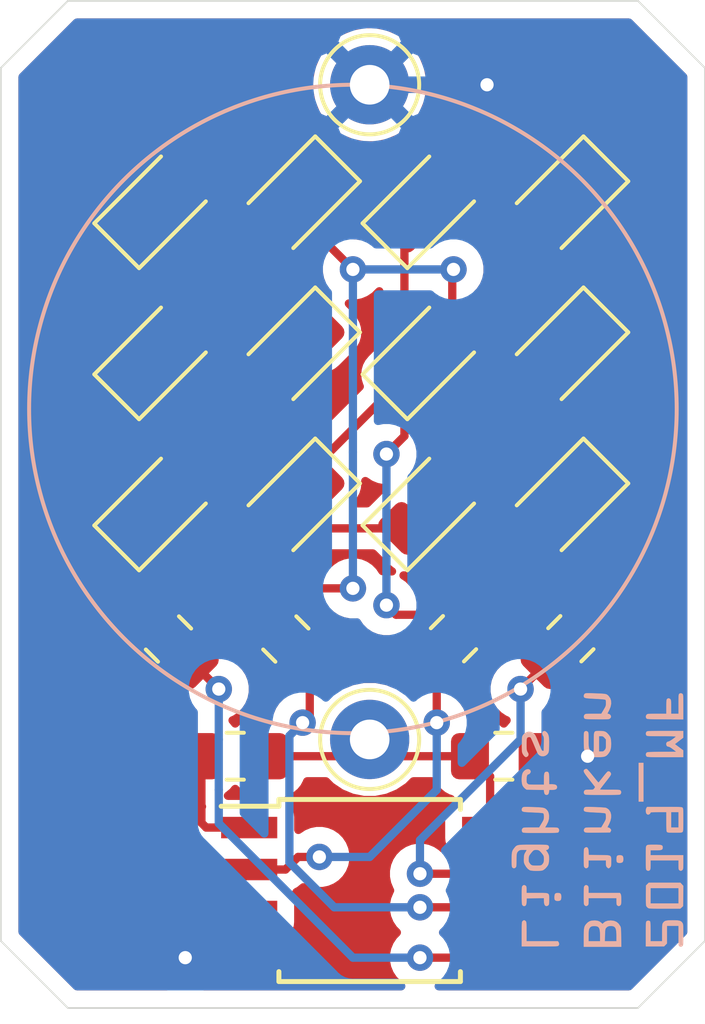
<source format=kicad_pcb>
(kicad_pcb (version 20171130) (host pcbnew "(5.1.2)-2")

  (general
    (thickness 1.6)
    (drawings 9)
    (tracks 110)
    (zones 0)
    (modules 22)
    (nets 13)
  )

  (page A4)
  (layers
    (0 F.Cu signal)
    (31 B.Cu signal)
    (32 B.Adhes user)
    (33 F.Adhes user)
    (34 B.Paste user)
    (35 F.Paste user)
    (36 B.SilkS user)
    (37 F.SilkS user)
    (38 B.Mask user hide)
    (39 F.Mask user)
    (40 Dwgs.User user hide)
    (41 Cmts.User user hide)
    (42 Eco1.User user hide)
    (43 Eco2.User user hide)
    (44 Edge.Cuts user)
    (45 Margin user hide)
    (46 B.CrtYd user hide)
    (47 F.CrtYd user hide)
    (48 B.Fab user hide)
    (49 F.Fab user hide)
  )

  (setup
    (last_trace_width 0.25)
    (user_trace_width 0.5)
    (trace_clearance 0.2)
    (zone_clearance 0.508)
    (zone_45_only no)
    (trace_min 0.2)
    (via_size 0.8)
    (via_drill 0.4)
    (via_min_size 0.4)
    (via_min_drill 0.3)
    (uvia_size 0.3)
    (uvia_drill 0.1)
    (uvias_allowed no)
    (uvia_min_size 0.2)
    (uvia_min_drill 0.1)
    (edge_width 0.05)
    (segment_width 0.2)
    (pcb_text_width 0.3)
    (pcb_text_size 1.5 1.5)
    (mod_edge_width 0.12)
    (mod_text_size 1 1)
    (mod_text_width 0.15)
    (pad_size 1.524 1.524)
    (pad_drill 0.762)
    (pad_to_mask_clearance 0.051)
    (solder_mask_min_width 0.25)
    (aux_axis_origin 0 0)
    (visible_elements 7FFFFFFF)
    (pcbplotparams
      (layerselection 0x010fc_ffffffff)
      (usegerberextensions false)
      (usegerberattributes false)
      (usegerberadvancedattributes false)
      (creategerberjobfile false)
      (excludeedgelayer true)
      (linewidth 0.100000)
      (plotframeref false)
      (viasonmask false)
      (mode 1)
      (useauxorigin false)
      (hpglpennumber 1)
      (hpglpenspeed 20)
      (hpglpendiameter 15.000000)
      (psnegative false)
      (psa4output false)
      (plotreference true)
      (plotvalue true)
      (plotinvisibletext false)
      (padsonsilk false)
      (subtractmaskfromsilk false)
      (outputformat 1)
      (mirror false)
      (drillshape 1)
      (scaleselection 1)
      (outputdirectory ""))
  )

  (net 0 "")
  (net 1 "Net-(D10-Pad2)")
  (net 2 /charlie_leds/in_1)
  (net 3 /charlie_leds/in_2)
  (net 4 /charlie_leds/in_4)
  (net 5 /charlie_leds/in_3)
  (net 6 "Net-(D10-Pad1)")
  (net 7 "Net-(D13-Pad2)")
  (net 8 "Net-(D11-Pad2)")
  (net 9 Earth)
  (net 10 "Net-(R6-Pad1)")
  (net 11 +3V0)
  (net 12 "Net-(U1-Pad3)")

  (net_class Default "This is the default net class."
    (clearance 0.2)
    (trace_width 0.25)
    (via_dia 0.8)
    (via_drill 0.4)
    (uvia_dia 0.3)
    (uvia_drill 0.1)
    (add_net +3V0)
    (add_net /charlie_leds/in_1)
    (add_net /charlie_leds/in_2)
    (add_net /charlie_leds/in_3)
    (add_net /charlie_leds/in_4)
    (add_net Earth)
    (add_net "Net-(D10-Pad1)")
    (add_net "Net-(D10-Pad2)")
    (add_net "Net-(D11-Pad2)")
    (add_net "Net-(D13-Pad2)")
    (add_net "Net-(R6-Pad1)")
    (add_net "Net-(U1-Pad3)")
  )

  (module LOGO (layer B.Cu) (tedit 0) (tstamp 5D72DE61)
    (at 224.536 152.908 90)
    (fp_text reference G*** (at 0 0.508 90) (layer B.SilkS) hide
      (effects (font (size 1.524 1.524) (thickness 0.3)) (justify mirror))
    )
    (fp_text value LOGO (at -1.016 0.508 90) (layer B.SilkS) hide
      (effects (font (size 1.524 1.524) (thickness 0.3)) (justify mirror))
    )
    (fp_poly (pts (xy 3.62957 2.895503) (xy 3.714698 2.895099) (xy 3.780123 2.89422) (xy 3.828693 2.892698)
      (xy 3.863255 2.890366) (xy 3.886657 2.887056) (xy 3.901749 2.8826) (xy 3.911376 2.87683)
      (xy 3.915981 2.872375) (xy 3.934724 2.836084) (xy 3.931729 2.79827) (xy 3.917042 2.775858)
      (xy 3.907279 2.769321) (xy 3.890664 2.76435) (xy 3.864053 2.760741) (xy 3.824302 2.758294)
      (xy 3.768266 2.756806) (xy 3.692801 2.756076) (xy 3.605892 2.7559) (xy 3.3147 2.7559)
      (xy 3.3147 2.5273) (xy 3.52425 2.5273) (xy 3.602453 2.527077) (xy 3.659324 2.526114)
      (xy 3.698927 2.523972) (xy 3.725327 2.520211) (xy 3.742591 2.514391) (xy 3.754783 2.506075)
      (xy 3.7592 2.5019) (xy 3.781501 2.466691) (xy 3.779114 2.432155) (xy 3.761374 2.408619)
      (xy 3.749129 2.400675) (xy 3.7301 2.394969) (xy 3.700421 2.391156) (xy 3.656227 2.388888)
      (xy 3.593653 2.387822) (xy 3.526424 2.3876) (xy 3.3147 2.3876) (xy 3.3147 2.10185)
      (xy 3.314577 2.009126) (xy 3.314027 1.938427) (xy 3.312773 1.886378) (xy 3.310539 1.849604)
      (xy 3.307052 1.824732) (xy 3.302034 1.808385) (xy 3.29521 1.797191) (xy 3.2893 1.7907)
      (xy 3.251196 1.768648) (xy 3.208483 1.769452) (xy 3.180602 1.783319) (xy 3.174636 1.788614)
      (xy 3.169694 1.796511) (xy 3.16566 1.809316) (xy 3.162419 1.829335) (xy 3.159857 1.858875)
      (xy 3.157857 1.900242) (xy 3.156305 1.955742) (xy 3.155086 2.02768) (xy 3.154085 2.118364)
      (xy 3.153186 2.2301) (xy 3.152383 2.348469) (xy 3.148816 2.8956) (xy 3.521889 2.8956)
      (xy 3.62957 2.895503)) (layer B.SilkS) (width 0.01))
    (fp_poly (pts (xy 2.398357 2.639632) (xy 2.496665 2.767616) (xy 2.594972 2.8956) (xy 2.794 2.8956)
      (xy 2.794 2.351469) (xy 2.793946 2.219302) (xy 2.793722 2.110214) (xy 2.793231 2.021886)
      (xy 2.79238 1.951997) (xy 2.791072 1.898228) (xy 2.789211 1.858257) (xy 2.786703 1.829765)
      (xy 2.783453 1.810432) (xy 2.779364 1.797938) (xy 2.774342 1.789961) (xy 2.770774 1.786319)
      (xy 2.735395 1.768509) (xy 2.695292 1.767992) (xy 2.661939 1.784879) (xy 2.661557 1.785258)
      (xy 2.656147 1.793309) (xy 2.651793 1.807203) (xy 2.648384 1.829472) (xy 2.645811 1.862648)
      (xy 2.643962 1.909262) (xy 2.642727 1.971847) (xy 2.641996 2.052935) (xy 2.64166 2.155057)
      (xy 2.6416 2.243516) (xy 2.641279 2.354228) (xy 2.640358 2.452421) (xy 2.638896 2.535792)
      (xy 2.636956 2.602034) (xy 2.634598 2.648845) (xy 2.631882 2.673918) (xy 2.63014 2.677584)
      (xy 2.61315 2.66355) (xy 2.587453 2.633746) (xy 2.557285 2.594181) (xy 2.526882 2.550859)
      (xy 2.500479 2.509789) (xy 2.482311 2.476977) (xy 2.4765 2.459686) (xy 2.466035 2.417691)
      (xy 2.437407 2.390931) (xy 2.402774 2.383367) (xy 2.357872 2.392101) (xy 2.331271 2.4175)
      (xy 2.3241 2.450673) (xy 2.314657 2.482586) (xy 2.286516 2.530888) (xy 2.244725 2.588897)
      (xy 2.16535 2.692557) (xy 2.162007 2.251969) (xy 2.16099 2.132913) (xy 2.159842 2.036695)
      (xy 2.158429 1.960752) (xy 2.156618 1.902521) (xy 2.154275 1.859442) (xy 2.151266 1.82895)
      (xy 2.147458 1.808484) (xy 2.142717 1.795482) (xy 2.137814 1.788341) (xy 2.105176 1.769081)
      (xy 2.065989 1.767813) (xy 2.031616 1.784516) (xy 2.027618 1.788526) (xy 2.022474 1.796222)
      (xy 2.018234 1.808419) (xy 2.014814 1.827421) (xy 2.012127 1.855537) (xy 2.010087 1.89507)
      (xy 2.00861 1.948329) (xy 2.007608 2.01762) (xy 2.006996 2.105248) (xy 2.006689 2.213521)
      (xy 2.0066 2.344744) (xy 2.0066 2.8956) (xy 2.207049 2.8956) (xy 2.398357 2.639632)) (layer B.SilkS) (width 0.01))
    (fp_poly (pts (xy 0.213028 2.895489) (xy 0.293484 2.895026) (xy 0.354506 2.894023) (xy 0.399078 2.892288)
      (xy 0.430182 2.889632) (xy 0.450802 2.885865) (xy 0.463921 2.880795) (xy 0.472522 2.874233)
      (xy 0.474281 2.872375) (xy 0.479515 2.864547) (xy 0.48381 2.852164) (xy 0.487259 2.832872)
      (xy 0.489951 2.804319) (xy 0.491978 2.764152) (xy 0.493429 2.710019) (xy 0.494396 2.639567)
      (xy 0.49497 2.550443) (xy 0.49524 2.440295) (xy 0.4953 2.326996) (xy 0.4953 1.804841)
      (xy 0.467074 1.785071) (xy 0.436899 1.772778) (xy 0.395421 1.765858) (xy 0.381 1.7653)
      (xy 0.338871 1.769615) (xy 0.303205 1.780414) (xy 0.294925 1.785071) (xy 0.273543 1.810191)
      (xy 0.2667 1.833902) (xy 0.27595 1.864207) (xy 0.297986 1.891127) (xy 0.324233 1.904724)
      (xy 0.328025 1.905) (xy 0.333628 1.912845) (xy 0.337791 1.93773) (xy 0.34064 1.981686)
      (xy 0.342299 2.04674) (xy 0.342894 2.134921) (xy 0.3429 2.1463) (xy 0.3429 2.3876)
      (xy 0.051707 2.3876) (xy -0.043885 2.387822) (xy -0.117223 2.38862) (xy -0.171453 2.390196)
      (xy -0.209719 2.392753) (xy -0.235166 2.396491) (xy -0.250937 2.401613) (xy -0.259443 2.407558)
      (xy -0.267006 2.419049) (xy -0.272449 2.438538) (xy -0.276089 2.469733) (xy -0.278245 2.516343)
      (xy -0.279233 2.582077) (xy -0.2794 2.640539) (xy -0.279145 2.719845) (xy -0.278506 2.7559)
      (xy -0.127 2.7559) (xy -0.127 2.5273) (xy 0.3429 2.5273) (xy 0.3429 2.7559)
      (xy -0.127 2.7559) (xy -0.278506 2.7559) (xy -0.27812 2.777666) (xy -0.275936 2.817911)
      (xy -0.272207 2.844493) (xy -0.266543 2.861323) (xy -0.258557 2.872311) (xy -0.256175 2.874582)
      (xy -0.246636 2.880934) (xy -0.231762 2.885883) (xy -0.208599 2.889598) (xy -0.174192 2.892248)
      (xy -0.125587 2.894004) (xy -0.05983 2.895033) (xy 0.026034 2.895508) (xy 0.110156 2.8956)
      (xy 0.213028 2.895489)) (layer B.SilkS) (width 0.01))
    (fp_poly (pts (xy -0.9652 1.905) (xy -0.8128 1.905) (xy -0.8128 2.060925) (xy -0.811583 2.139946)
      (xy -0.807057 2.197019) (xy -0.797911 2.235518) (xy -0.782833 2.258815) (xy -0.760514 2.270285)
      (xy -0.73025 2.2733) (xy -0.70216 2.271096) (xy -0.681204 2.262363) (xy -0.666362 2.243923)
      (xy -0.656613 2.212599) (xy -0.650934 2.165213) (xy -0.648305 2.098586) (xy -0.6477 2.016475)
      (xy -0.647945 1.940161) (xy -0.648991 1.885065) (xy -0.651309 1.847009) (xy -0.655369 1.821812)
      (xy -0.661642 1.805296) (xy -0.670598 1.793281) (xy -0.6731 1.7907) (xy -0.6818 1.783158)
      (xy -0.693027 1.777275) (xy -0.709795 1.772846) (xy -0.73512 1.769666) (xy -0.772016 1.76753)
      (xy -0.823497 1.766231) (xy -0.892579 1.765564) (xy -0.982274 1.765325) (xy -1.045782 1.7653)
      (xy -1.149336 1.76541) (xy -1.230452 1.765864) (xy -1.292096 1.766848) (xy -1.337229 1.76855)
      (xy -1.368816 1.771156) (xy -1.389818 1.774854) (xy -1.403199 1.77983) (xy -1.411922 1.786271)
      (xy -1.414082 1.788526) (xy -1.433043 1.824833) (xy -1.428623 1.861598) (xy -1.411875 1.883982)
      (xy -1.395742 1.893856) (xy -1.370252 1.900208) (xy -1.330482 1.903691) (xy -1.271509 1.904955)
      (xy -1.253125 1.905) (xy -1.1176 1.905) (xy -1.1176 2.7559) (xy -1.255332 2.7559)
      (xy -1.318237 2.75649) (xy -1.360827 2.758754) (xy -1.388168 2.763433) (xy -1.405327 2.771269)
      (xy -1.414082 2.779126) (xy -1.433181 2.813681) (xy -1.426998 2.847924) (xy -1.4097 2.8702)
      (xy -1.398406 2.879653) (xy -1.383683 2.886429) (xy -1.361469 2.89097) (xy -1.327696 2.893714)
      (xy -1.2783 2.895101) (xy -1.209216 2.895571) (xy -1.17475 2.8956) (xy -0.9652 2.8956)
      (xy -0.9652 1.905)) (layer B.SilkS) (width 0.01))
    (fp_poly (pts (xy -1.845185 2.852765) (xy -1.79705 2.808652) (xy -1.79705 1.854689) (xy -1.838545 1.81317)
      (xy -1.88004 1.77165) (xy -2.175095 1.768945) (xy -2.260547 1.76864) (xy -2.338628 1.769264)
      (xy -2.405371 1.770714) (xy -2.45681 1.772885) (xy -2.488978 1.775673) (xy -2.496971 1.777412)
      (xy -2.523589 1.795188) (xy -2.550484 1.82252) (xy -2.550946 1.823105) (xy -2.557944 1.832653)
      (xy -2.563623 1.843431) (xy -2.568121 1.858016) (xy -2.571576 1.878988) (xy -2.574125 1.908924)
      (xy -2.575905 1.950403) (xy -2.577055 2.006003) (xy -2.577712 2.078303) (xy -2.578014 2.169879)
      (xy -2.578097 2.283312) (xy -2.5781 2.331963) (xy -2.5781 2.7559) (xy -2.4257 2.7559)
      (xy -2.4257 1.905) (xy -1.9558 1.905) (xy -1.9558 2.7559) (xy -2.4257 2.7559)
      (xy -2.5781 2.7559) (xy -2.5781 2.8063) (xy -2.541064 2.847775) (xy -2.504027 2.88925)
      (xy -2.198673 2.893064) (xy -1.89332 2.896877) (xy -1.845185 2.852765)) (layer B.SilkS) (width 0.01))
    (fp_poly (pts (xy -3.269623 2.895524) (xy -3.193909 2.895114) (xy -3.136878 2.894098) (xy -3.095171 2.892206)
      (xy -3.065429 2.889165) (xy -3.044294 2.884703) (xy -3.028408 2.87855) (xy -3.01441 2.870433)
      (xy -3.008604 2.866586) (xy -2.9818 2.844566) (xy -2.962187 2.817162) (xy -2.948739 2.780349)
      (xy -2.940431 2.730102) (xy -2.936239 2.662397) (xy -2.935134 2.5781) (xy -2.936363 2.49005)
      (xy -2.940731 2.423286) (xy -2.949265 2.373785) (xy -2.962989 2.337522) (xy -2.982928 2.310473)
      (xy -3.008604 2.289615) (xy -3.024303 2.2798) (xy -3.040666 2.272489) (xy -3.061518 2.267314)
      (xy -3.090681 2.263908) (xy -3.131981 2.261902) (xy -3.189242 2.260929) (xy -3.266289 2.26062)
      (xy -3.310229 2.2606) (xy -3.5687 2.2606) (xy -3.5687 1.905) (xy -3.282116 1.905)
      (xy -3.185652 1.904409) (xy -3.103669 1.902712) (xy -3.038855 1.900021) (xy -2.993902 1.896452)
      (xy -2.971499 1.892117) (xy -2.970966 1.891854) (xy -2.952067 1.869083) (xy -2.946702 1.835163)
      (xy -2.95533 1.800723) (xy -2.966358 1.785258) (xy -2.975088 1.779388) (xy -2.990046 1.774769)
      (xy -3.014012 1.771258) (xy -3.049765 1.768711) (xy -3.100085 1.766985) (xy -3.16775 1.765937)
      (xy -3.255542 1.765424) (xy -3.353708 1.7653) (xy -3.7211 1.7653) (xy -3.7211 2.313941)
      (xy -3.634741 2.4003) (xy -3.0988 2.4003) (xy -3.0988 2.7559) (xy -3.395282 2.7559)
      (xy -3.490265 2.756043) (xy -3.563085 2.75663) (xy -3.61698 2.757898) (xy -3.655186 2.760083)
      (xy -3.68094 2.763422) (xy -3.697479 2.768151) (xy -3.708039 2.774509) (xy -3.712782 2.779126)
      (xy -3.731881 2.813681) (xy -3.725698 2.847924) (xy -3.7084 2.8702) (xy -3.699269 2.878074)
      (xy -3.687473 2.88413) (xy -3.669827 2.888607) (xy -3.643147 2.891741) (xy -3.604248 2.89377)
      (xy -3.549944 2.894932) (xy -3.477052 2.895462) (xy -3.382386 2.895599) (xy -3.367379 2.8956)
      (xy -3.269623 2.895524)) (layer B.SilkS) (width 0.01))
    (fp_poly (pts (xy 1.8288 1.5494) (xy 0.6604 1.5494) (xy 0.6604 1.6891) (xy 1.8288 1.6891)
      (xy 1.8288 1.5494)) (layer B.SilkS) (width 0.01))
    (fp_poly (pts (xy -1.049018 1.078804) (xy -1.008271 1.069734) (xy -0.986219 1.056275) (xy -0.971465 1.025643)
      (xy -0.965319 0.982949) (xy -0.96785 0.938902) (xy -0.97913 0.904208) (xy -0.985158 0.896258)
      (xy -1.009893 0.88476) (xy -1.050262 0.87807) (xy -1.096898 0.876501) (xy -1.140435 0.880366)
      (xy -1.171508 0.889979) (xy -1.171575 0.890018) (xy -1.186817 0.911725) (xy -1.194337 0.948494)
      (xy -1.194189 0.991206) (xy -1.186429 1.030743) (xy -1.17111 1.057987) (xy -1.170575 1.058482)
      (xy -1.139908 1.073294) (xy -1.096143 1.080029) (xy -1.049018 1.078804)) (layer B.SilkS) (width 0.01))
    (fp_poly (pts (xy 3.705668 0.70735) (xy 3.783392 0.682656) (xy 3.850202 0.636015) (xy 3.85582 0.63054)
      (xy 3.87423 0.611471) (xy 3.888835 0.593203) (xy 3.90019 0.572555) (xy 3.908847 0.546347)
      (xy 3.915361 0.511397) (xy 3.920285 0.464526) (xy 3.924173 0.402553) (xy 3.927578 0.322297)
      (xy 3.931055 0.220578) (xy 3.931939 0.193304) (xy 3.934613 0.105496) (xy 3.936053 0.039495)
      (xy 3.93608 -0.008269) (xy 3.934513 -0.041365) (xy 3.931169 -0.063365) (xy 3.925869 -0.077838)
      (xy 3.918431 -0.088355) (xy 3.917614 -0.089271) (xy 3.887642 -0.108583) (xy 3.8608 -0.1143)
      (xy 3.839076 -0.112973) (xy 3.821979 -0.107103) (xy 3.808763 -0.093851) (xy 3.798683 -0.07038)
      (xy 3.790994 -0.033853) (xy 3.78495 0.018568) (xy 3.779806 0.08972) (xy 3.774816 0.182441)
      (xy 3.772994 0.219978) (xy 3.768443 0.304481) (xy 3.763338 0.381455) (xy 3.758018 0.446934)
      (xy 3.752825 0.496949) (xy 3.748099 0.527535) (xy 3.746016 0.534303) (xy 3.735036 0.547498)
      (xy 3.715677 0.554986) (xy 3.681753 0.558244) (xy 3.643475 0.5588) (xy 3.602863 0.558132)
      (xy 3.57114 0.554564) (xy 3.541448 0.545754) (xy 3.506926 0.52936) (xy 3.460713 0.503037)
      (xy 3.434372 0.487386) (xy 3.3147 0.415971) (xy 3.3147 0.176236) (xy 3.314528 0.092044)
      (xy 3.313774 0.029505) (xy 3.31208 -0.015125) (xy 3.309086 -0.045594) (xy 3.304433 -0.065645)
      (xy 3.297763 -0.079025) (xy 3.2893 -0.0889) (xy 3.251196 -0.110952) (xy 3.208479 -0.110149)
      (xy 3.180602 -0.096289) (xy 3.17327 -0.089624) (xy 3.167497 -0.079631) (xy 3.163055 -0.063368)
      (xy 3.159716 -0.037891) (xy 3.157251 -0.000257) (xy 3.155432 0.052475) (xy 3.15403 0.12325)
      (xy 3.152819 0.215009) (xy 3.152212 0.269705) (xy 3.151514 0.382057) (xy 3.151967 0.477753)
      (xy 3.153523 0.554814) (xy 3.156133 0.611255) (xy 3.159749 0.645095) (xy 3.161482 0.6519)
      (xy 3.182154 0.682649) (xy 3.205974 0.700458) (xy 3.242722 0.704896) (xy 3.277367 0.688867)
      (xy 3.302873 0.65682) (xy 3.31037 0.634424) (xy 3.316727 0.608053) (xy 3.321566 0.596903)
      (xy 3.321606 0.5969) (xy 3.333754 0.602354) (xy 3.363098 0.616943) (xy 3.404338 0.638012)
      (xy 3.425489 0.648964) (xy 3.524869 0.690584) (xy 3.618877 0.710019) (xy 3.705668 0.70735)) (layer B.SilkS) (width 0.01))
    (fp_poly (pts (xy 2.450252 0.708697) (xy 2.523361 0.703429) (xy 2.579014 0.692989) (xy 2.625058 0.674434)
      (xy 2.669337 0.64482) (xy 2.7078 0.612057) (xy 2.744874 0.574258) (xy 2.769865 0.535796)
      (xy 2.784936 0.490399) (xy 2.792254 0.431795) (xy 2.794 0.362358) (xy 2.794107 0.311144)
      (xy 2.792555 0.271246) (xy 2.786532 0.241257) (xy 2.773225 0.219766) (xy 2.749823 0.205365)
      (xy 2.713512 0.196644) (xy 2.661482 0.192193) (xy 2.590919 0.190603) (xy 2.499012 0.190465)
      (xy 2.4511 0.1905) (xy 2.357695 0.190409) (xy 2.286641 0.189964) (xy 2.234891 0.188912)
      (xy 2.199396 0.186997) (xy 2.177108 0.183964) (xy 2.164978 0.179558) (xy 2.159959 0.173525)
      (xy 2.159 0.166075) (xy 2.166845 0.141038) (xy 2.186297 0.109605) (xy 2.192262 0.102119)
      (xy 2.215497 0.07638) (xy 2.2386 0.057123) (xy 2.265613 0.043416) (xy 2.300577 0.034326)
      (xy 2.347532 0.028921) (xy 2.41052 0.026268) (xy 2.493581 0.025435) (xy 2.5247 0.0254)
      (xy 2.606847 0.025173) (xy 2.667363 0.024256) (xy 2.710016 0.022297) (xy 2.738571 0.018943)
      (xy 2.756797 0.013842) (xy 2.768461 0.006642) (xy 2.772981 0.002175) (xy 2.791942 -0.034132)
      (xy 2.787522 -0.070897) (xy 2.770774 -0.093281) (xy 2.759601 -0.100658) (xy 2.742369 -0.106076)
      (xy 2.715522 -0.1098) (xy 2.675503 -0.112094) (xy 2.618754 -0.113222) (xy 2.541719 -0.113449)
      (xy 2.500899 -0.113333) (xy 2.402358 -0.112104) (xy 2.32136 -0.109338) (xy 2.260228 -0.105164)
      (xy 2.221287 -0.099709) (xy 2.212963 -0.097391) (xy 2.162012 -0.071129) (xy 2.108274 -0.031228)
      (xy 2.061092 0.014535) (xy 2.032947 0.05253) (xy 2.022718 0.072871) (xy 2.015522 0.095279)
      (xy 2.010847 0.124488) (xy 2.00818 0.165231) (xy 2.007007 0.222242) (xy 2.006808 0.29383)
      (xy 2.00795 0.382832) (xy 2.009774 0.411826) (xy 2.1717 0.411826) (xy 2.1717 0.3429)
      (xy 2.6416 0.3429) (xy 2.6416 0.404923) (xy 2.639596 0.443574) (xy 2.630188 0.47051)
      (xy 2.608278 0.496552) (xy 2.590763 0.512873) (xy 2.539926 0.5588) (xy 2.403157 0.5588)
      (xy 2.342371 0.558507) (xy 2.300905 0.556768) (xy 2.272681 0.552295) (xy 2.25162 0.543799)
      (xy 2.231641 0.529993) (xy 2.219043 0.519776) (xy 2.191301 0.494722) (xy 2.177228 0.472114)
      (xy 2.172241 0.4415) (xy 2.1717 0.411826) (xy 2.009774 0.411826) (xy 2.012248 0.451149)
      (xy 2.02134 0.503447) (xy 2.036863 0.544394) (xy 2.060452 0.578659) (xy 2.093744 0.610909)
      (xy 2.127292 0.63751) (xy 2.182688 0.672067) (xy 2.244387 0.694892) (xy 2.317635 0.707141)
      (xy 2.407681 0.709972) (xy 2.450252 0.708697)) (layer B.SilkS) (width 0.01))
    (fp_poly (pts (xy 0.962691 1.012213) (xy 0.994981 0.992775) (xy 1.001732 0.982592) (xy 1.00689 0.966753)
      (xy 1.01066 0.942083) (xy 1.013249 0.905403) (xy 1.014863 0.853534) (xy 1.015709 0.783299)
      (xy 1.015992 0.691519) (xy 1.016 0.668925) (xy 1.016302 0.584584) (xy 1.01715 0.509381)
      (xy 1.018457 0.446812) (xy 1.020136 0.400372) (xy 1.0221 0.373554) (xy 1.023495 0.3683)
      (xy 1.035314 0.375786) (xy 1.06394 0.396672) (xy 1.106259 0.428602) (xy 1.159155 0.469222)
      (xy 1.219512 0.516175) (xy 1.232351 0.526232) (xy 1.308454 0.585825) (xy 1.367367 0.631375)
      (xy 1.41188 0.664524) (xy 1.444783 0.686914) (xy 1.468865 0.700185) (xy 1.486917 0.705977)
      (xy 1.501729 0.705933) (xy 1.51609 0.701692) (xy 1.524729 0.698198) (xy 1.559376 0.673224)
      (xy 1.572735 0.638296) (xy 1.568942 0.612775) (xy 1.556683 0.597808) (xy 1.527672 0.570746)
      (xy 1.485504 0.534698) (xy 1.433775 0.492773) (xy 1.396636 0.463773) (xy 1.341458 0.420806)
      (xy 1.294136 0.382998) (xy 1.258031 0.353111) (xy 1.236501 0.333907) (xy 1.2319 0.328335)
      (xy 1.24138 0.318161) (xy 1.267848 0.294751) (xy 1.308345 0.260591) (xy 1.359911 0.218168)
      (xy 1.419585 0.169971) (xy 1.434917 0.157715) (xy 1.496855 0.107459) (xy 1.551924 0.061171)
      (xy 1.596992 0.021616) (xy 1.628927 -0.008444) (xy 1.644596 -0.026242) (xy 1.64552 -0.028144)
      (xy 1.644505 -0.05574) (xy 1.63271 -0.083171) (xy 1.616998 -0.102865) (xy 1.599237 -0.113802)
      (xy 1.57691 -0.114844) (xy 1.547503 -0.104853) (xy 1.508502 -0.082691) (xy 1.457393 -0.04722)
      (xy 1.391661 0.002698) (xy 1.322648 0.05715) (xy 1.259153 0.10744) (xy 1.202331 0.151902)
      (xy 1.155169 0.188243) (xy 1.120655 0.214168) (xy 1.101777 0.227385) (xy 1.099286 0.2286)
      (xy 1.084668 0.221731) (xy 1.059069 0.204804) (xy 1.053585 0.200812) (xy 1.036266 0.187062)
      (xy 1.025302 0.172958) (xy 1.019239 0.152689) (xy 1.016626 0.120445) (xy 1.016011 0.070414)
      (xy 1.016 0.05038) (xy 1.015249 -0.008972) (xy 1.012411 -0.048384) (xy 1.006608 -0.073288)
      (xy 0.996961 -0.089115) (xy 0.992774 -0.093281) (xy 0.956623 -0.111537) (xy 0.916908 -0.110512)
      (xy 0.884618 -0.091074) (xy 0.879379 -0.083238) (xy 0.875079 -0.070842) (xy 0.871629 -0.051531)
      (xy 0.868936 -0.022949) (xy 0.866911 0.017259) (xy 0.865461 0.071449) (xy 0.864496 0.141977)
      (xy 0.863925 0.231198) (xy 0.863657 0.341469) (xy 0.8636 0.453057) (xy 0.863657 0.582144)
      (xy 0.863897 0.688206) (xy 0.86442 0.773618) (xy 0.86533 0.840756) (xy 0.866728 0.891995)
      (xy 0.868716 0.929709) (xy 0.871394 0.956274) (xy 0.874866 0.974066) (xy 0.879233 0.985458)
      (xy 0.884597 0.992827) (xy 0.886825 0.994982) (xy 0.922976 1.013238) (xy 0.962691 1.012213)) (layer B.SilkS) (width 0.01))
    (fp_poly (pts (xy -0.19352 0.706825) (xy -0.168858 0.690634) (xy -0.142521 0.662174) (xy -0.129342 0.630651)
      (xy -0.129332 0.63057) (xy -0.124567 0.605798) (xy -0.119742 0.5969) (xy -0.106752 0.6024)
      (xy -0.076748 0.617106) (xy -0.035158 0.638327) (xy -0.014651 0.649001) (xy 0.080617 0.689029)
      (xy 0.172993 0.708981) (xy 0.259363 0.708925) (xy 0.336611 0.688931) (xy 0.401621 0.649066)
      (xy 0.41196 0.639614) (xy 0.441955 0.602893) (xy 0.4642 0.562252) (xy 0.468671 0.549091)
      (xy 0.472668 0.522675) (xy 0.476946 0.475278) (xy 0.481224 0.411317) (xy 0.485222 0.335204)
      (xy 0.488659 0.251355) (xy 0.489855 0.215327) (xy 0.49258 0.122078) (xy 0.494161 0.050907)
      (xy 0.494459 -0.001486) (xy 0.493339 -0.038404) (xy 0.490662 -0.063149) (xy 0.48629 -0.079021)
      (xy 0.480088 -0.089322) (xy 0.477037 -0.092648) (xy 0.44844 -0.108818) (xy 0.418485 -0.1143)
      (xy 0.397421 -0.112623) (xy 0.380722 -0.105747) (xy 0.367701 -0.090906) (xy 0.357667 -0.065332)
      (xy 0.349934 -0.026257) (xy 0.343811 0.029087) (xy 0.33861 0.103466) (xy 0.333644 0.199648)
      (xy 0.332114 0.232783) (xy 0.326695 0.337904) (xy 0.320959 0.422649) (xy 0.315026 0.485711)
      (xy 0.309015 0.525784) (xy 0.303964 0.540758) (xy 0.281494 0.5523) (xy 0.237031 0.558018)
      (xy 0.203261 0.5588) (xy 0.164231 0.558035) (xy 0.133031 0.554194) (xy 0.102956 0.544964)
      (xy 0.067305 0.528029) (xy 0.019373 0.501076) (xy -0.004734 0.486973) (xy -0.127 0.415146)
      (xy -0.127 0.175823) (xy -0.127173 0.091711) (xy -0.127928 0.029248) (xy -0.129628 -0.015315)
      (xy -0.132631 -0.045727) (xy -0.137297 -0.065737) (xy -0.143986 -0.079096) (xy -0.1524 -0.0889)
      (xy -0.188569 -0.110545) (xy -0.227096 -0.11068) (xy -0.258577 -0.090859) (xy -0.264711 -0.0819)
      (xy -0.269485 -0.068283) (xy -0.273027 -0.047167) (xy -0.275464 -0.015712) (xy -0.276925 0.028921)
      (xy -0.277538 0.089574) (xy -0.27743 0.169085) (xy -0.276729 0.270296) (xy -0.27642 0.305535)
      (xy -0.27305 0.678488) (xy -0.238708 0.697759) (xy -0.213315 0.709353) (xy -0.19352 0.706825)) (layer B.SilkS) (width 0.01))
    (fp_poly (pts (xy -1.057828 0.710738) (xy -1.024438 0.70607) (xy -1.00011 0.694809) (xy -0.983368 0.67423)
      (xy -0.972738 0.641605) (xy -0.966748 0.594208) (xy -0.963923 0.529313) (xy -0.962789 0.444193)
      (xy -0.962008 0.34925) (xy -0.95885 0.03175) (xy -0.863922 0.027962) (xy -0.797525 0.021537)
      (xy -0.753553 0.007808) (xy -0.729814 -0.014294) (xy -0.7239 -0.040068) (xy -0.732454 -0.06612)
      (xy -0.7493 -0.0889) (xy -0.759254 -0.097388) (xy -0.772147 -0.103747) (xy -0.791493 -0.108281)
      (xy -0.820807 -0.111296) (xy -0.863604 -0.113097) (xy -0.923399 -0.113991) (xy -1.003705 -0.114283)
      (xy -1.0414 -0.1143) (xy -1.130673 -0.11416) (xy -1.19806 -0.113538) (xy -1.247077 -0.112127)
      (xy -1.281239 -0.109622) (xy -1.30406 -0.105718) (xy -1.319055 -0.100108) (xy -1.329738 -0.092488)
      (xy -1.3335 -0.0889) (xy -1.355081 -0.059507) (xy -1.354836 -0.030991) (xy -1.33913 -0.002825)
      (xy -1.326402 0.011486) (xy -1.30883 0.019971) (xy -1.28011 0.024105) (xy -1.233937 0.025363)
      (xy -1.21848 0.0254) (xy -1.1176 0.0254) (xy -1.1176 0.5588) (xy -1.207078 0.5588)
      (xy -1.25651 0.559941) (xy -1.288414 0.56471) (xy -1.310611 0.575128) (xy -1.327728 0.589973)
      (xy -1.348826 0.61475) (xy -1.358784 0.633683) (xy -1.3589 0.635) (xy -1.350625 0.652654)
      (xy -1.330429 0.677275) (xy -1.327728 0.680028) (xy -1.312332 0.693789) (xy -1.295442 0.702773)
      (xy -1.271537 0.70799) (xy -1.235097 0.710453) (xy -1.180605 0.711173) (xy -1.157685 0.7112)
      (xy -1.101752 0.711539) (xy -1.057828 0.710738)) (layer B.SilkS) (width 0.01))
    (fp_poly (pts (xy -2.238362 1.015038) (xy -2.189674 1.011803) (xy -2.157299 1.005776) (xy -2.136723 0.996436)
      (xy -2.136426 0.99623) (xy -2.1082 0.97646) (xy -2.1082 0.0254) (xy -2.007321 0.0254)
      (xy -1.955642 0.024644) (xy -1.923037 0.02139) (xy -1.903202 0.014165) (xy -1.88983 0.001492)
      (xy -1.886671 -0.002825) (xy -1.869238 -0.036853) (xy -1.873181 -0.064871) (xy -1.8923 -0.0889)
      (xy -1.902254 -0.097388) (xy -1.915147 -0.103747) (xy -1.934493 -0.108281) (xy -1.963807 -0.111296)
      (xy -2.006604 -0.113097) (xy -2.066399 -0.113991) (xy -2.146705 -0.114283) (xy -2.1844 -0.1143)
      (xy -2.273673 -0.11416) (xy -2.34106 -0.113538) (xy -2.390077 -0.112127) (xy -2.424239 -0.109622)
      (xy -2.44706 -0.105718) (xy -2.462055 -0.100108) (xy -2.472738 -0.092488) (xy -2.4765 -0.0889)
      (xy -2.498081 -0.059507) (xy -2.497836 -0.030991) (xy -2.48213 -0.002825) (xy -2.469402 0.011486)
      (xy -2.45183 0.019971) (xy -2.42311 0.024105) (xy -2.376937 0.025363) (xy -2.36148 0.0254)
      (xy -2.2606 0.0254) (xy -2.2606 0.8763) (xy -2.360232 0.8763) (xy -2.414162 0.877491)
      (xy -2.448891 0.881849) (xy -2.470537 0.890553) (xy -2.480882 0.899526) (xy -2.499981 0.934081)
      (xy -2.493798 0.968324) (xy -2.4765 0.9906) (xy -2.462528 1.001818) (xy -2.443961 1.009187)
      (xy -2.415619 1.013486) (xy -2.372318 1.015497) (xy -2.308879 1.016) (xy -2.307876 1.016)
      (xy -2.238362 1.015038)) (layer B.SilkS) (width 0.01))
    (fp_poly (pts (xy -3.444875 1.013684) (xy -3.349569 1.012138) (xy -3.276115 1.010303) (xy -3.220963 1.007883)
      (xy -3.180566 1.004584) (xy -3.151376 1.000111) (xy -3.129843 0.994168) (xy -3.11242 0.986462)
      (xy -3.1115 0.985976) (xy -3.037182 0.935673) (xy -2.985125 0.87472) (xy -2.953952 0.800778)
      (xy -2.942286 0.711508) (xy -2.94213 0.6985) (xy -2.950308 0.608752) (xy -2.975281 0.536779)
      (xy -3.01771 0.480739) (xy -3.021512 0.47722) (xy -3.048526 0.452789) (xy -3.017963 0.42007)
      (xy -2.977804 0.36786) (xy -2.953765 0.311244) (xy -2.943131 0.242472) (xy -2.941992 0.2032)
      (xy -2.947101 0.124737) (xy -2.964577 0.062621) (xy -2.997478 0.009564) (xy -3.042504 -0.036198)
      (xy -3.071674 -0.060157) (xy -3.100534 -0.078688) (xy -3.132802 -0.092475) (xy -3.172194 -0.102206)
      (xy -3.222427 -0.108568) (xy -3.287219 -0.112246) (xy -3.370285 -0.113927) (xy -3.465399 -0.1143)
      (xy -3.7338 -0.1143) (xy -3.7338 0.0254) (xy -3.5687 0.0254) (xy -3.403193 0.0254)
      (xy -3.312027 0.027053) (xy -3.245472 0.032043) (xy -3.202952 0.040418) (xy -3.196818 0.042698)
      (xy -3.151479 0.067402) (xy -3.123344 0.098857) (xy -3.10903 0.142995) (xy -3.10515 0.203511)
      (xy -3.108661 0.259808) (xy -3.120997 0.303188) (xy -3.144867 0.33521) (xy -3.18298 0.357434)
      (xy -3.238043 0.371422) (xy -3.312766 0.378733) (xy -3.409855 0.380927) (xy -3.413125 0.38093)
      (xy -3.5687 0.381) (xy -3.5687 0.0254) (xy -3.7338 0.0254) (xy -3.7338 0.8763)
      (xy -3.5687 0.8763) (xy -3.5687 0.517876) (xy -3.386997 0.522574) (xy -3.310477 0.525137)
      (xy -3.254965 0.528614) (xy -3.216073 0.533554) (xy -3.189412 0.540505) (xy -3.171362 0.549506)
      (xy -3.127847 0.592295) (xy -3.104665 0.650196) (xy -3.101604 0.719431) (xy -3.110072 0.7713)
      (xy -3.127682 0.810846) (xy -3.157301 0.83956) (xy -3.201794 0.858935) (xy -3.26403 0.87046)
      (xy -3.346875 0.875628) (xy -3.403193 0.8763) (xy -3.5687 0.8763) (xy -3.7338 0.8763)
      (xy -3.7338 1.017717) (xy -3.444875 1.013684)) (layer B.SilkS) (width 0.01))
    (fp_poly (pts (xy -2.16686 -0.80475) (xy -2.131989 -0.820975) (xy -2.113685 -0.852189) (xy -2.108206 -0.901804)
      (xy -2.1082 -0.903906) (xy -2.112943 -0.950442) (xy -2.129718 -0.980443) (xy -2.16235 -0.996962)
      (xy -2.214662 -1.003049) (xy -2.232733 -1.0033) (xy -2.277339 -1.002117) (xy -2.304304 -0.996907)
      (xy -2.321339 -0.985177) (xy -2.331794 -0.971281) (xy -2.344785 -0.934692) (xy -2.346219 -0.890139)
      (xy -2.337135 -0.847921) (xy -2.318574 -0.818339) (xy -2.316166 -0.81642) (xy -2.291414 -0.807314)
      (xy -2.251713 -0.80139) (xy -2.222041 -0.8001) (xy -2.16686 -0.80475)) (layer B.SilkS) (width 0.01))
    (fp_poly (pts (xy 2.552456 -1.1719) (xy 2.618102 -1.17876) (xy 2.669323 -1.190543) (xy 2.709716 -1.207874)
      (xy 2.742878 -1.231376) (xy 2.749614 -1.237488) (xy 2.776093 -1.267661) (xy 2.791969 -1.295793)
      (xy 2.794 -1.305517) (xy 2.783585 -1.34047) (xy 2.756553 -1.362728) (xy 2.719216 -1.370516)
      (xy 2.67789 -1.362057) (xy 2.650439 -1.345889) (xy 2.636691 -1.33643) (xy 2.620548 -1.329728)
      (xy 2.597849 -1.325408) (xy 2.564435 -1.323095) (xy 2.516143 -1.322412) (xy 2.448815 -1.322984)
      (xy 2.404251 -1.323664) (xy 2.19075 -1.32715) (xy 2.19075 -1.358055) (xy 2.192972 -1.371721)
      (xy 2.202135 -1.384101) (xy 2.221981 -1.397453) (xy 2.256253 -1.414033) (xy 2.308694 -1.436102)
      (xy 2.34315 -1.45) (xy 2.439094 -1.488604) (xy 2.514405 -1.519407) (xy 2.572126 -1.543796)
      (xy 2.615303 -1.56316) (xy 2.64698 -1.578888) (xy 2.670203 -1.592368) (xy 2.688017 -1.604987)
      (xy 2.694318 -1.610113) (xy 2.742338 -1.665112) (xy 2.768168 -1.727568) (xy 2.772124 -1.793159)
      (xy 2.754519 -1.85756) (xy 2.715667 -1.91645) (xy 2.669126 -1.956945) (xy 2.651752 -1.96801)
      (xy 2.633906 -1.976107) (xy 2.611339 -1.98177) (xy 2.579806 -1.985531) (xy 2.535059 -1.987924)
      (xy 2.472852 -1.989482) (xy 2.401281 -1.990572) (xy 2.309997 -1.991179) (xy 2.240421 -1.990066)
      (xy 2.188906 -1.987033) (xy 2.151806 -1.981877) (xy 2.128239 -1.975442) (xy 2.085395 -1.953619)
      (xy 2.045044 -1.923666) (xy 2.039938 -1.918799) (xy 2.015957 -1.891737) (xy 2.008349 -1.870658)
      (xy 2.013611 -1.845722) (xy 2.013774 -1.845255) (xy 2.036841 -1.811844) (xy 2.071932 -1.794392)
      (xy 2.110401 -1.796196) (xy 2.124693 -1.802983) (xy 2.158579 -1.823293) (xy 2.188606 -1.837377)
      (xy 2.22061 -1.846368) (xy 2.260424 -1.8514) (xy 2.313885 -1.853606) (xy 2.386829 -1.854121)
      (xy 2.387949 -1.854121) (xy 2.46271 -1.853503) (xy 2.516317 -1.851294) (xy 2.552988 -1.847077)
      (xy 2.576941 -1.840439) (xy 2.587974 -1.834429) (xy 2.609842 -1.80562) (xy 2.616078 -1.76792)
      (xy 2.605576 -1.73282) (xy 2.598592 -1.724107) (xy 2.58172 -1.71393) (xy 2.545252 -1.696101)
      (xy 2.493168 -1.672426) (xy 2.429445 -1.64471) (xy 2.358064 -1.614761) (xy 2.354117 -1.613135)
      (xy 2.281615 -1.582853) (xy 2.215756 -1.554511) (xy 2.160739 -1.529983) (xy 2.120762 -1.511142)
      (xy 2.100024 -1.49986) (xy 2.099746 -1.49966) (xy 2.05788 -1.454925) (xy 2.03573 -1.400276)
      (xy 2.032862 -1.34126) (xy 2.048842 -1.283425) (xy 2.083236 -1.232318) (xy 2.123197 -1.200315)
      (xy 2.142939 -1.190379) (xy 2.166885 -1.183133) (xy 2.199583 -1.178011) (xy 2.245583 -1.174447)
      (xy 2.309436 -1.171876) (xy 2.363499 -1.17045) (xy 2.468787 -1.169338) (xy 2.552456 -1.1719)) (layer B.SilkS) (width 0.01))
    (fp_poly (pts (xy 1.133652 -0.935699) (xy 1.15995 -0.961663) (xy 1.175372 -1.007219) (xy 1.181025 -1.074401)
      (xy 1.1811 -1.085015) (xy 1.1811 -1.1684) (xy 1.343374 -1.1684) (xy 1.424753 -1.169621)
      (xy 1.4839 -1.174048) (xy 1.523897 -1.182827) (xy 1.547827 -1.197101) (xy 1.558775 -1.218016)
      (xy 1.559822 -1.246716) (xy 1.559638 -1.248705) (xy 1.553599 -1.275032) (xy 1.539141 -1.294205)
      (xy 1.512873 -1.307287) (xy 1.471405 -1.31534) (xy 1.411349 -1.319428) (xy 1.330325 -1.320612)
      (xy 1.1684 -1.3208) (xy 1.1684 -1.556327) (xy 1.168492 -1.63907) (xy 1.169071 -1.700276)
      (xy 1.170589 -1.743809) (xy 1.173496 -1.773532) (xy 1.178244 -1.793309) (xy 1.185284 -1.807002)
      (xy 1.195069 -1.818475) (xy 1.199572 -1.823027) (xy 1.218323 -1.839027) (xy 1.239592 -1.848412)
      (xy 1.270537 -1.852892) (xy 1.318315 -1.854176) (xy 1.330096 -1.8542) (xy 1.403353 -1.84977)
      (xy 1.453781 -1.83659) (xy 1.480937 -1.814825) (xy 1.4859 -1.796329) (xy 1.496623 -1.76946)
      (xy 1.52252 -1.744271) (xy 1.554181 -1.728835) (xy 1.566481 -1.7272) (xy 1.598414 -1.736351)
      (xy 1.617281 -1.750425) (xy 1.636403 -1.788682) (xy 1.635271 -1.833896) (xy 1.616046 -1.881071)
      (xy 1.580886 -1.925211) (xy 1.531952 -1.961323) (xy 1.524381 -1.965325) (xy 1.474446 -1.981879)
      (xy 1.40812 -1.992078) (xy 1.333626 -1.995829) (xy 1.259191 -1.993038) (xy 1.193037 -1.983611)
      (xy 1.147875 -1.969603) (xy 1.106431 -1.943647) (xy 1.067623 -1.908255) (xy 1.058975 -1.897883)
      (xy 1.02235 -1.849903) (xy 1.0146 -1.323945) (xy 0.958157 -1.317583) (xy 0.906522 -1.306763)
      (xy 0.876251 -1.286952) (xy 0.86416 -1.255694) (xy 0.8636 -1.2446) (xy 0.871106 -1.209844)
      (xy 0.895777 -1.187133) (xy 0.940843 -1.173989) (xy 0.958856 -1.171537) (xy 1.016 -1.165096)
      (xy 1.016 -1.071498) (xy 1.020639 -1.004507) (xy 1.035247 -0.959409) (xy 1.060863 -0.934321)
      (xy 1.095375 -0.927294) (xy 1.133652 -0.935699)) (layer B.SilkS) (width 0.01))
    (fp_poly (pts (xy -0.177469 -0.871533) (xy -0.1524 -0.889) (xy -0.142519 -0.900918) (xy -0.135577 -0.91651)
      (xy -0.131065 -0.940102) (xy -0.128472 -0.976018) (xy -0.127288 -1.028584) (xy -0.127001 -1.102123)
      (xy -0.127 -1.104077) (xy -0.127 -1.293754) (xy -0.043084 -1.244715) (xy 0.048299 -1.199575)
      (xy 0.13412 -1.175544) (xy 0.220382 -1.171115) (xy 0.243193 -1.172944) (xy 0.313091 -1.185241)
      (xy 0.366688 -1.207726) (xy 0.412248 -1.244124) (xy 0.420743 -1.252991) (xy 0.438484 -1.274533)
      (xy 0.452509 -1.298662) (xy 0.463384 -1.328735) (xy 0.471675 -1.36811) (xy 0.477949 -1.420146)
      (xy 0.482773 -1.4882) (xy 0.486712 -1.575631) (xy 0.489585 -1.661041) (xy 0.492291 -1.753562)
      (xy 0.493864 -1.824076) (xy 0.494152 -1.875958) (xy 0.493005 -1.912581) (xy 0.490271 -1.937321)
      (xy 0.4858 -1.953552) (xy 0.479438 -1.964647) (xy 0.475782 -1.969016) (xy 0.445925 -1.988211)
      (xy 0.4191 -1.9939) (xy 0.397307 -1.99264) (xy 0.380173 -1.986982) (xy 0.366983 -1.974104)
      (xy 0.357022 -1.951185) (xy 0.349578 -1.915403) (xy 0.343935 -1.863938) (xy 0.33938 -1.793969)
      (xy 0.335198 -1.702675) (xy 0.333287 -1.65487) (xy 0.328559 -1.547522) (xy 0.323661 -1.464086)
      (xy 0.31846 -1.403075) (xy 0.312825 -1.363002) (xy 0.306622 -1.342378) (xy 0.305377 -1.340545)
      (xy 0.286254 -1.328678) (xy 0.250647 -1.3224) (xy 0.202448 -1.3208) (xy 0.163272 -1.321508)
      (xy 0.132273 -1.325193) (xy 0.102783 -1.334195) (xy 0.068131 -1.350853) (xy 0.021648 -1.377509)
      (xy -0.005547 -1.393774) (xy -0.127 -1.466748) (xy -0.127 -1.704924) (xy -0.127174 -1.788815)
      (xy -0.127937 -1.851067) (xy -0.12965 -1.89544) (xy -0.132678 -1.925696) (xy -0.137381 -1.945594)
      (xy -0.144123 -1.958894) (xy -0.1524 -1.9685) (xy -0.190503 -1.990553) (xy -0.233213 -1.989747)
      (xy -0.261098 -1.975873) (xy -0.267148 -1.970551) (xy -0.272119 -1.962705) (xy -0.276117 -1.949989)
      (xy -0.279246 -1.930053) (xy -0.281614 -1.90055) (xy -0.283326 -1.859129) (xy -0.284488 -1.803443)
      (xy -0.285205 -1.731144) (xy -0.285584 -1.639882) (xy -0.28573 -1.527309) (xy -0.28575 -1.42875)
      (xy -0.285709 -1.298868) (xy -0.285512 -1.192038) (xy -0.285056 -1.105911) (xy -0.284234 -1.038139)
      (xy -0.28294 -0.986372) (xy -0.281068 -0.948262) (xy -0.278513 -0.921461) (xy -0.275169 -0.903619)
      (xy -0.27093 -0.89239) (xy -0.26569 -0.885423) (xy -0.261098 -0.881626) (xy -0.219517 -0.864978)
      (xy -0.177469 -0.871533)) (layer B.SilkS) (width 0.01))
    (fp_poly (pts (xy -2.203393 -1.168873) (xy -2.169302 -1.173522) (xy -2.144444 -1.184719) (xy -2.127371 -1.205169)
      (xy -2.116639 -1.237576) (xy -2.110801 -1.284645) (xy -2.108412 -1.349081) (xy -2.108027 -1.433588)
      (xy -2.1082 -1.5367) (xy -2.1082 -1.8542) (xy -2.007321 -1.8542) (xy -1.955642 -1.854956)
      (xy -1.923037 -1.85821) (xy -1.903202 -1.865435) (xy -1.88983 -1.878108) (xy -1.886671 -1.882425)
      (xy -1.869238 -1.916453) (xy -1.873181 -1.944471) (xy -1.8923 -1.9685) (xy -1.902309 -1.977029)
      (xy -1.915276 -1.983406) (xy -1.934737 -1.987943) (xy -1.964229 -1.990948) (xy -2.007291 -1.992734)
      (xy -2.067457 -1.99361) (xy -2.148266 -1.993887) (xy -2.181575 -1.9939) (xy -2.27344 -1.993603)
      (xy -2.343292 -1.99256) (xy -2.394511 -1.990543) (xy -2.430478 -1.987322) (xy -2.454575 -1.982668)
      (xy -2.470183 -1.976354) (xy -2.473675 -1.974129) (xy -2.495057 -1.949009) (xy -2.5019 -1.925298)
      (xy -2.494734 -1.893349) (xy -2.471352 -1.871433) (xy -2.428928 -1.858063) (xy -2.364639 -1.851753)
      (xy -2.361879 -1.851638) (xy -2.26695 -1.84785) (xy -2.263518 -1.584325) (xy -2.260085 -1.3208)
      (xy -2.343728 -1.3208) (xy -2.415911 -1.315744) (xy -2.465728 -1.300387) (xy -2.492181 -1.277623)
      (xy -2.501217 -1.243307) (xy -2.487633 -1.207016) (xy -2.4765 -1.1938) (xy -2.462688 -1.182682)
      (xy -2.44436 -1.175341) (xy -2.4164 -1.171019) (xy -2.373692 -1.168959) (xy -2.311122 -1.168402)
      (xy -2.30505 -1.1684) (xy -2.24816 -1.168067) (xy -2.203393 -1.168873)) (layer B.SilkS) (width 0.01))
    (fp_poly (pts (xy -3.618947 -0.871032) (xy -3.596926 -0.88337) (xy -3.5687 -0.90314) (xy -3.5687 -1.8542)
      (xy -3.2766 -1.8542) (xy -3.182749 -1.854317) (xy -3.110965 -1.854846) (xy -3.057918 -1.856054)
      (xy -3.020276 -1.858208) (xy -2.994708 -1.861573) (xy -2.977882 -1.866416) (xy -2.966466 -1.873004)
      (xy -2.9591 -1.8796) (xy -2.940263 -1.904743) (xy -2.9337 -1.92405) (xy -2.942108 -1.946585)
      (xy -2.9591 -1.9685) (xy -2.967546 -1.975845) (xy -2.97844 -1.981621) (xy -2.994697 -1.986015)
      (xy -3.019233 -1.989216) (xy -3.054963 -1.991411) (xy -3.104802 -1.992789) (xy -3.171667 -1.993538)
      (xy -3.258472 -1.993845) (xy -3.352801 -1.9939) (xy -3.7211 -1.9939) (xy -3.7211 -1.449768)
      (xy -3.721047 -1.317601) (xy -3.720823 -1.208513) (xy -3.720332 -1.120185) (xy -3.719481 -1.050296)
      (xy -3.718173 -0.996527) (xy -3.716312 -0.956556) (xy -3.713804 -0.928064) (xy -3.710554 -0.908731)
      (xy -3.706465 -0.896237) (xy -3.701443 -0.88826) (xy -3.697875 -0.884618) (xy -3.660413 -0.86547)
      (xy -3.618947 -0.871032)) (layer B.SilkS) (width 0.01))
    (fp_poly (pts (xy -1.025579 -1.170733) (xy -0.972143 -1.177355) (xy -0.957264 -1.18129) (xy -0.915712 -1.199194)
      (xy -0.870844 -1.224899) (xy -0.85725 -1.234226) (xy -0.80645 -1.271253) (xy -0.802405 -1.238599)
      (xy -0.78783 -1.205493) (xy -0.758932 -1.181287) (xy -0.724796 -1.172408) (xy -0.711898 -1.174528)
      (xy -0.695111 -1.180135) (xy -0.68154 -1.186907) (xy -0.670842 -1.197392) (xy -0.662676 -1.214136)
      (xy -0.656699 -1.239689) (xy -0.652571 -1.276597) (xy -0.649949 -1.327409) (xy -0.648491 -1.394672)
      (xy -0.647857 -1.480934) (xy -0.647703 -1.588742) (xy -0.6477 -1.653162) (xy -0.647759 -1.776672)
      (xy -0.648249 -1.877536) (xy -0.649638 -1.958511) (xy -0.652398 -2.02235) (xy -0.656996 -2.071808)
      (xy -0.663903 -2.109641) (xy -0.673588 -2.138604) (xy -0.686521 -2.161451) (xy -0.703171 -2.180937)
      (xy -0.724008 -2.199817) (xy -0.743627 -2.216024) (xy -0.78004 -2.244434) (xy -0.813238 -2.2655)
      (xy -0.847936 -2.280308) (xy -0.888852 -2.289946) (xy -0.940703 -2.295499) (xy -1.008206 -2.298054)
      (xy -1.096077 -2.298698) (xy -1.102524 -2.2987) (xy -1.182096 -2.298447) (xy -1.240168 -2.297432)
      (xy -1.280637 -2.295271) (xy -1.3074 -2.291579) (xy -1.324355 -2.285972) (xy -1.335399 -2.278064)
      (xy -1.337882 -2.275474) (xy -1.356981 -2.240919) (xy -1.350798 -2.206676) (xy -1.3335 -2.1844)
      (xy -1.321632 -2.174551) (xy -1.306109 -2.167622) (xy -1.282627 -2.163107) (xy -1.246882 -2.160502)
      (xy -1.194571 -2.159301) (xy -1.121388 -2.159) (xy -1.11697 -2.159) (xy -1.031948 -2.158223)
      (xy -0.967973 -2.155184) (xy -0.920718 -2.148821) (xy -0.885858 -2.138071) (xy -0.859067 -2.121872)
      (xy -0.836019 -2.099162) (xy -0.826622 -2.087691) (xy -0.812962 -2.066) (xy -0.804864 -2.039228)
      (xy -0.801015 -2.000453) (xy -0.8001 -1.947737) (xy -0.800708 -1.899378) (xy -0.802327 -1.862541)
      (xy -0.804653 -1.843105) (xy -0.805607 -1.8415) (xy -0.818435 -1.847682) (xy -0.846288 -1.863767)
      (xy -0.877467 -1.882775) (xy -0.911673 -1.902681) (xy -0.941836 -1.915309) (xy -0.976009 -1.922645)
      (xy -1.022249 -1.926671) (xy -1.062966 -1.928468) (xy -1.121764 -1.929901) (xy -1.163306 -1.928179)
      (xy -1.195662 -1.922072) (xy -1.226902 -1.910349) (xy -1.248281 -1.900198) (xy -1.319948 -1.856746)
      (xy -1.376897 -1.805867) (xy -1.414185 -1.752106) (xy -1.417555 -1.744608) (xy -1.425439 -1.711573)
      (xy -1.431041 -1.660143) (xy -1.434275 -1.597228) (xy -1.434903 -1.54305) (xy -1.281634 -1.54305)
      (xy -1.281249 -1.610711) (xy -1.277902 -1.658612) (xy -1.269804 -1.692364) (xy -1.255165 -1.717579)
      (xy -1.232199 -1.739869) (xy -1.214547 -1.753527) (xy -1.184618 -1.774176) (xy -1.158842 -1.785425)
      (xy -1.127947 -1.789544) (xy -1.08266 -1.788806) (xy -1.072437 -1.788341) (xy -1.027337 -1.78541)
      (xy -0.994818 -1.779431) (xy -0.966386 -1.76693) (xy -0.933543 -1.744436) (xy -0.899164 -1.717534)
      (xy -0.853673 -1.680302) (xy -0.824768 -1.651964) (xy -0.808703 -1.62619) (xy -0.801733 -1.596649)
      (xy -0.800113 -1.557011) (xy -0.8001 -1.550074) (xy -0.803324 -1.509199) (xy -0.815352 -1.474766)
      (xy -0.839724 -1.441485) (xy -0.879977 -1.404062) (xy -0.918003 -1.373719) (xy -0.954674 -1.346483)
      (xy -0.982973 -1.330678) (xy -1.012484 -1.323199) (xy -1.052794 -1.320941) (xy -1.081381 -1.3208)
      (xy -1.13387 -1.322047) (xy -1.169565 -1.327116) (xy -1.197007 -1.337996) (xy -1.219908 -1.353065)
      (xy -1.24638 -1.374293) (xy -1.263867 -1.395254) (xy -1.274265 -1.421781) (xy -1.279469 -1.459704)
      (xy -1.281373 -1.514854) (xy -1.281634 -1.54305) (xy -1.434903 -1.54305) (xy -1.435058 -1.529736)
      (xy -1.433306 -1.464578) (xy -1.428934 -1.408662) (xy -1.422128 -1.369856) (xy -1.401894 -1.329676)
      (xy -1.365111 -1.284586) (xy -1.317985 -1.240955) (xy -1.266726 -1.205152) (xy -1.255578 -1.198993)
      (xy -1.213457 -1.184774) (xy -1.155145 -1.174971) (xy -1.089549 -1.170115) (xy -1.025579 -1.170733)) (layer B.SilkS) (width 0.01))
  )

  (module Connector_Pin:Pin_D1.0mm_L10.0mm_LooseFit (layer F.Cu) (tedit 5A1DC085) (tstamp 5D730C4E)
    (at 217.932 150.368 90)
    (descr "solder Pin_ diameter 1.0mm, hole diameter 1.2mm (loose fit), length 10.0mm")
    (tags "solder Pin_ loose fit")
    (path /5D733E55)
    (fp_text reference VCC1 (at 0 2.25 90) (layer F.SilkS) hide
      (effects (font (size 1 1) (thickness 0.15)))
    )
    (fp_text value Conn_01x01_Female (at 0 -2.05 90) (layer F.Fab) hide
      (effects (font (size 1 1) (thickness 0.15)))
    )
    (fp_circle (center 0 0) (end 1.5 0.05) (layer F.SilkS) (width 0.12))
    (fp_circle (center 0 0) (end 1.2 0) (layer F.Fab) (width 0.12))
    (fp_circle (center 0 0) (end 0.5 0) (layer F.Fab) (width 0.12))
    (fp_circle (center 0 0) (end 1.7 0) (layer F.CrtYd) (width 0.05))
    (fp_text user %R (at 0 2.25 90) (layer F.Fab) hide
      (effects (font (size 1 1) (thickness 0.15)))
    )
    (pad 1 thru_hole circle (at 0 0 90) (size 2.4 2.4) (drill 1.2) (layers *.Cu *.Mask)
      (net 11 +3V0))
    (model ${KISYS3DMOD}/Connector_Pin.3dshapes/Pin_D1.0mm_L10.0mm_LooseFit.wrl
      (at (xyz 0 0 0))
      (scale (xyz 1 1 1))
      (rotate (xyz 0 0 0))
    )
  )

  (module Resistor_SMD:R_0805_2012Metric_Pad1.15x1.40mm_HandSolder (layer F.Cu) (tedit 5D16801F) (tstamp 5D72D836)
    (at 221.996 150.876)
    (descr "Resistor SMD 0805 (2012 Metric), square (rectangular) end terminal, IPC_7351 nominal with elongated pad for handsoldering. (Body size source: https://docs.google.com/spreadsheets/d/1BsfQQcO9C6DZCsRaXUlFlo91Tg2WpOkGARC1WS5S8t0/edit?usp=sharing), generated with kicad-footprint-generator")
    (tags "resistor handsolder")
    (path /5D740716)
    (attr smd)
    (fp_text reference C1 (at 0 -1.65) (layer F.SilkS) hide
      (effects (font (size 1 1) (thickness 0.15)))
    )
    (fp_text value C_Small (at 0 1.65) (layer F.Fab) hide
      (effects (font (size 1 1) (thickness 0.15)))
    )
    (fp_line (start 1.85 0.95) (end -1.85 0.95) (layer F.CrtYd) (width 0.05))
    (fp_line (start 1.85 -0.95) (end 1.85 0.95) (layer F.CrtYd) (width 0.05))
    (fp_line (start -1.85 -0.95) (end 1.85 -0.95) (layer F.CrtYd) (width 0.05))
    (fp_line (start -1.85 0.95) (end -1.85 -0.95) (layer F.CrtYd) (width 0.05))
    (fp_line (start -0.261252 0.71) (end 0.261252 0.71) (layer F.SilkS) (width 0.12))
    (fp_line (start -0.261252 -0.71) (end 0.261252 -0.71) (layer F.SilkS) (width 0.12))
    (fp_line (start 1 0.6) (end -1 0.6) (layer F.Fab) (width 0.1))
    (fp_line (start 1 -0.6) (end 1 0.6) (layer F.Fab) (width 0.1))
    (fp_line (start -1 -0.6) (end 1 -0.6) (layer F.Fab) (width 0.1))
    (fp_line (start -1 0.6) (end -1 -0.6) (layer F.Fab) (width 0.1))
    (pad 2 smd roundrect (at 1.025 0) (size 1.15 1.4) (layers F.Cu F.Paste F.Mask) (roundrect_rratio 0.217391)
      (net 9 Earth))
    (pad 1 smd roundrect (at -1.025 0) (size 1.15 1.4) (layers F.Cu F.Paste F.Mask) (roundrect_rratio 0.217391)
      (net 11 +3V0))
    (model ${KISYS3DMOD}/Resistor_SMD.3dshapes/R_0805_2012Metric.wrl
      (at (xyz 0 0 0))
      (scale (xyz 1 1 1))
      (rotate (xyz 0 0 0))
    )
  )

  (module Package_SO:SOIJ-8_5.3x5.3mm_P1.27mm (layer F.Cu) (tedit 5A02F2D3) (tstamp 5D72CD6C)
    (at 217.932 154.94)
    (descr "8-Lead Plastic Small Outline (SM) - Medium, 5.28 mm Body [SOIC] (see Microchip Packaging Specification 00000049BS.pdf)")
    (tags "SOIC 1.27")
    (path /5D733030)
    (attr smd)
    (fp_text reference U1 (at 0 -3.68) (layer F.SilkS) hide
      (effects (font (size 1 1) (thickness 0.15)))
    )
    (fp_text value ATtiny85-20SU (at 0 3.68) (layer F.Fab) hide
      (effects (font (size 1 1) (thickness 0.15)))
    )
    (fp_line (start -2.75 -2.55) (end -4.5 -2.55) (layer F.SilkS) (width 0.15))
    (fp_line (start -2.75 2.755) (end 2.75 2.755) (layer F.SilkS) (width 0.15))
    (fp_line (start -2.75 -2.755) (end 2.75 -2.755) (layer F.SilkS) (width 0.15))
    (fp_line (start -2.75 2.755) (end -2.75 2.455) (layer F.SilkS) (width 0.15))
    (fp_line (start 2.75 2.755) (end 2.75 2.455) (layer F.SilkS) (width 0.15))
    (fp_line (start 2.75 -2.755) (end 2.75 -2.455) (layer F.SilkS) (width 0.15))
    (fp_line (start -2.75 -2.755) (end -2.75 -2.55) (layer F.SilkS) (width 0.15))
    (fp_line (start -4.75 2.95) (end 4.75 2.95) (layer F.CrtYd) (width 0.05))
    (fp_line (start -4.75 -2.95) (end 4.75 -2.95) (layer F.CrtYd) (width 0.05))
    (fp_line (start 4.75 -2.95) (end 4.75 2.95) (layer F.CrtYd) (width 0.05))
    (fp_line (start -4.75 -2.95) (end -4.75 2.95) (layer F.CrtYd) (width 0.05))
    (fp_line (start -2.65 -1.65) (end -1.65 -2.65) (layer F.Fab) (width 0.15))
    (fp_line (start -2.65 2.65) (end -2.65 -1.65) (layer F.Fab) (width 0.15))
    (fp_line (start 2.65 2.65) (end -2.65 2.65) (layer F.Fab) (width 0.15))
    (fp_line (start 2.65 -2.65) (end 2.65 2.65) (layer F.Fab) (width 0.15))
    (fp_line (start -1.65 -2.65) (end 2.65 -2.65) (layer F.Fab) (width 0.15))
    (fp_text user %R (at 0 0) (layer F.Fab) hide
      (effects (font (size 1 1) (thickness 0.15)))
    )
    (pad 8 smd rect (at 3.65 -1.905) (size 1.7 0.65) (layers F.Cu F.Paste F.Mask)
      (net 11 +3V0))
    (pad 7 smd rect (at 3.65 -0.635) (size 1.7 0.65) (layers F.Cu F.Paste F.Mask)
      (net 5 /charlie_leds/in_3))
    (pad 6 smd rect (at 3.65 0.635) (size 1.7 0.65) (layers F.Cu F.Paste F.Mask)
      (net 3 /charlie_leds/in_2))
    (pad 5 smd rect (at 3.65 1.905) (size 1.7 0.65) (layers F.Cu F.Paste F.Mask)
      (net 2 /charlie_leds/in_1))
    (pad 4 smd rect (at -3.65 1.905) (size 1.7 0.65) (layers F.Cu F.Paste F.Mask)
      (net 9 Earth))
    (pad 3 smd rect (at -3.65 0.635) (size 1.7 0.65) (layers F.Cu F.Paste F.Mask)
      (net 12 "Net-(U1-Pad3)"))
    (pad 2 smd rect (at -3.65 -0.635) (size 1.7 0.65) (layers F.Cu F.Paste F.Mask)
      (net 4 /charlie_leds/in_4))
    (pad 1 smd rect (at -3.65 -1.905) (size 1.7 0.65) (layers F.Cu F.Paste F.Mask)
      (net 10 "Net-(R6-Pad1)"))
    (model ${KISYS3DMOD}/Package_SO.3dshapes/SOIJ-8_5.3x5.3mm_P1.27mm.wrl
      (at (xyz 0 0 0))
      (scale (xyz 1 1 1))
      (rotate (xyz 0 0 0))
    )
  )

  (module Resistor_SMD:R_0805_2012Metric_Pad1.15x1.40mm_HandSolder (layer F.Cu) (tedit 5D16801F) (tstamp 5D72CD4F)
    (at 213.859 150.876)
    (descr "Resistor SMD 0805 (2012 Metric), square (rectangular) end terminal, IPC_7351 nominal with elongated pad for handsoldering. (Body size source: https://docs.google.com/spreadsheets/d/1BsfQQcO9C6DZCsRaXUlFlo91Tg2WpOkGARC1WS5S8t0/edit?usp=sharing), generated with kicad-footprint-generator")
    (tags "resistor handsolder")
    (path /5D73CA51)
    (attr smd)
    (fp_text reference R6 (at 0 -1.65) (layer F.SilkS) hide
      (effects (font (size 1 1) (thickness 0.15)))
    )
    (fp_text value 10k (at 0 1.65) (layer F.Fab) hide
      (effects (font (size 1 1) (thickness 0.15)))
    )
    (fp_line (start 1.85 0.95) (end -1.85 0.95) (layer F.CrtYd) (width 0.05))
    (fp_line (start 1.85 -0.95) (end 1.85 0.95) (layer F.CrtYd) (width 0.05))
    (fp_line (start -1.85 -0.95) (end 1.85 -0.95) (layer F.CrtYd) (width 0.05))
    (fp_line (start -1.85 0.95) (end -1.85 -0.95) (layer F.CrtYd) (width 0.05))
    (fp_line (start -0.261252 0.71) (end 0.261252 0.71) (layer F.SilkS) (width 0.12))
    (fp_line (start -0.261252 -0.71) (end 0.261252 -0.71) (layer F.SilkS) (width 0.12))
    (fp_line (start 1 0.6) (end -1 0.6) (layer F.Fab) (width 0.1))
    (fp_line (start 1 -0.6) (end 1 0.6) (layer F.Fab) (width 0.1))
    (fp_line (start -1 -0.6) (end 1 -0.6) (layer F.Fab) (width 0.1))
    (fp_line (start -1 0.6) (end -1 -0.6) (layer F.Fab) (width 0.1))
    (pad 2 smd roundrect (at 1.025 0) (size 1.15 1.4) (layers F.Cu F.Paste F.Mask) (roundrect_rratio 0.217391)
      (net 11 +3V0))
    (pad 1 smd roundrect (at -1.025 0) (size 1.15 1.4) (layers F.Cu F.Paste F.Mask) (roundrect_rratio 0.217391)
      (net 10 "Net-(R6-Pad1)"))
    (model ${KISYS3DMOD}/Resistor_SMD.3dshapes/R_0805_2012Metric.wrl
      (at (xyz 0 0 0))
      (scale (xyz 1 1 1))
      (rotate (xyz 0 0 0))
    )
  )

  (module Connector_Pin:Pin_D1.0mm_L10.0mm_LooseFit (layer F.Cu) (tedit 5A1DC085) (tstamp 5D730C33)
    (at 217.932 130.556 90)
    (descr "solder Pin_ diameter 1.0mm, hole diameter 1.2mm (loose fit), length 10.0mm")
    (tags "solder Pin_ loose fit")
    (path /5D73653F)
    (fp_text reference J1 (at 0 2.25 90) (layer F.SilkS) hide
      (effects (font (size 1 1) (thickness 0.15)))
    )
    (fp_text value Conn_01x01_Female (at 0 -2.05 90) (layer F.Fab) hide
      (effects (font (size 1 1) (thickness 0.15)))
    )
    (fp_circle (center 0 0) (end 1.5 0.05) (layer F.SilkS) (width 0.12))
    (fp_circle (center 0 0) (end 1.2 0) (layer F.Fab) (width 0.12))
    (fp_circle (center 0 0) (end 0.5 0) (layer F.Fab) (width 0.12))
    (fp_circle (center 0 0) (end 1.7 0) (layer F.CrtYd) (width 0.05))
    (fp_text user %R (at 0 2.25 90) (layer F.Fab) hide
      (effects (font (size 1 1) (thickness 0.15)))
    )
    (pad 1 thru_hole circle (at 0 0 90) (size 2.4 2.4) (drill 1.2) (layers *.Cu *.Mask)
      (net 9 Earth))
    (model ${KISYS3DMOD}/Connector_Pin.3dshapes/Pin_D1.0mm_L10.0mm_LooseFit.wrl
      (at (xyz 0 0 0))
      (scale (xyz 1 1 1))
      (rotate (xyz 0 0 0))
    )
  )

  (module Diode_SMD:D_0805_2012Metric_Pad1.15x1.40mm_HandSolder (layer F.Cu) (tedit 5D296A78) (tstamp 5D7289A1)
    (at 211.582 134.112 45)
    (descr "Diode SMD 0805 (2012 Metric), square (rectangular) end terminal, IPC_7351 nominal, (Body size source: https://docs.google.com/spreadsheets/d/1BsfQQcO9C6DZCsRaXUlFlo91Tg2WpOkGARC1WS5S8t0/edit?usp=sharing), generated with kicad-footprint-generator")
    (tags "diode handsolder")
    (path /5D71982B/5D2C5052)
    (attr smd)
    (fp_text reference D5 (at 0 -1.65 45) (layer F.SilkS) hide
      (effects (font (size 1 1) (thickness 0.15)))
    )
    (fp_text value LED (at 0 1.65 45) (layer F.Fab)
      (effects (font (size 1 1) (thickness 0.15)))
    )
    (fp_text user %R (at 0 0 45) (layer F.Fab)
      (effects (font (size 0.5 0.5) (thickness 0.08)))
    )
    (fp_line (start 1.85 0.95) (end -1.85 0.95) (layer F.CrtYd) (width 0.05))
    (fp_line (start 1.85 -0.95) (end 1.85 0.95) (layer F.CrtYd) (width 0.05))
    (fp_line (start -1.85 -0.95) (end 1.85 -0.95) (layer F.CrtYd) (width 0.05))
    (fp_line (start -1.85 0.95) (end -1.85 -0.95) (layer F.CrtYd) (width 0.05))
    (fp_line (start -1.86 0.96) (end 1 0.96) (layer F.SilkS) (width 0.12))
    (fp_line (start -1.86 -0.96) (end -1.86 0.96) (layer F.SilkS) (width 0.12))
    (fp_line (start 1 -0.96) (end -1.86 -0.96) (layer F.SilkS) (width 0.12))
    (fp_line (start 1 0.6) (end 1 -0.6) (layer F.Fab) (width 0.1))
    (fp_line (start -1 0.6) (end 1 0.6) (layer F.Fab) (width 0.1))
    (fp_line (start -1 -0.3) (end -1 0.6) (layer F.Fab) (width 0.1))
    (fp_line (start -0.7 -0.6) (end -1 -0.3) (layer F.Fab) (width 0.1))
    (fp_line (start 1 -0.6) (end -0.7 -0.6) (layer F.Fab) (width 0.1))
    (pad 2 smd roundrect (at 1.024999 0 45) (size 1.15 1.4) (layers F.Cu F.Paste F.Mask) (roundrect_rratio 0.217391)
      (net 7 "Net-(D13-Pad2)"))
    (pad 1 smd roundrect (at -1.024999 0 45) (size 1.15 1.4) (layers F.Cu F.Paste F.Mask) (roundrect_rratio 0.217391)
      (net 6 "Net-(D10-Pad1)"))
    (model ${KISYS3DMOD}/Diode_SMD.3dshapes/D_0805_2012Metric.wrl
      (at (xyz 0 0 0))
      (scale (xyz 1 1 1))
      (rotate (xyz 0 0 0))
    )
  )

  (module Diode_SMD:D_0805_2012Metric_Pad1.15x1.40mm_HandSolder (layer F.Cu) (tedit 5B4B45C8) (tstamp 5D72898F)
    (at 219.71 143.256 45)
    (descr "Diode SMD 0805 (2012 Metric), square (rectangular) end terminal, IPC_7351 nominal, (Body size source: https://docs.google.com/spreadsheets/d/1BsfQQcO9C6DZCsRaXUlFlo91Tg2WpOkGARC1WS5S8t0/edit?usp=sharing), generated with kicad-footprint-generator")
    (tags "diode handsolder")
    (path /5D71982B/5D2D2495)
    (attr smd)
    (fp_text reference D8 (at 0 -1.65 45) (layer F.SilkS) hide
      (effects (font (size 1 1) (thickness 0.15)))
    )
    (fp_text value LED (at 0 1.65 45) (layer F.Fab)
      (effects (font (size 1 1) (thickness 0.15)))
    )
    (fp_text user %R (at 0 0 45) (layer F.Fab)
      (effects (font (size 0.5 0.5) (thickness 0.08)))
    )
    (fp_line (start 1.85 0.95) (end -1.85 0.95) (layer F.CrtYd) (width 0.05))
    (fp_line (start 1.85 -0.95) (end 1.85 0.95) (layer F.CrtYd) (width 0.05))
    (fp_line (start -1.85 -0.95) (end 1.85 -0.95) (layer F.CrtYd) (width 0.05))
    (fp_line (start -1.85 0.95) (end -1.85 -0.95) (layer F.CrtYd) (width 0.05))
    (fp_line (start -1.86 0.96) (end 1 0.96) (layer F.SilkS) (width 0.12))
    (fp_line (start -1.86 -0.96) (end -1.86 0.96) (layer F.SilkS) (width 0.12))
    (fp_line (start 1 -0.96) (end -1.86 -0.96) (layer F.SilkS) (width 0.12))
    (fp_line (start 1 0.6) (end 1 -0.6) (layer F.Fab) (width 0.1))
    (fp_line (start -1 0.6) (end 1 0.6) (layer F.Fab) (width 0.1))
    (fp_line (start -1 -0.3) (end -1 0.6) (layer F.Fab) (width 0.1))
    (fp_line (start -0.7 -0.6) (end -1 -0.3) (layer F.Fab) (width 0.1))
    (fp_line (start 1 -0.6) (end -0.7 -0.6) (layer F.Fab) (width 0.1))
    (pad 2 smd roundrect (at 1.024999 0 45) (size 1.15 1.4) (layers F.Cu F.Paste F.Mask) (roundrect_rratio 0.217391)
      (net 6 "Net-(D10-Pad1)"))
    (pad 1 smd roundrect (at -1.024999 0 45) (size 1.15 1.4) (layers F.Cu F.Paste F.Mask) (roundrect_rratio 0.217391)
      (net 8 "Net-(D11-Pad2)"))
    (model ${KISYS3DMOD}/Diode_SMD.3dshapes/D_0805_2012Metric.wrl
      (at (xyz 0 0 0))
      (scale (xyz 1 1 1))
      (rotate (xyz 0 0 0))
    )
  )

  (module Diode_SMD:D_0805_2012Metric_Pad1.15x1.40mm_HandSolder (layer F.Cu) (tedit 5B4B45C8) (tstamp 5D72897D)
    (at 211.582 143.256 45)
    (descr "Diode SMD 0805 (2012 Metric), square (rectangular) end terminal, IPC_7351 nominal, (Body size source: https://docs.google.com/spreadsheets/d/1BsfQQcO9C6DZCsRaXUlFlo91Tg2WpOkGARC1WS5S8t0/edit?usp=sharing), generated with kicad-footprint-generator")
    (tags "diode handsolder")
    (path /5D71982B/5D2CF7D3)
    (attr smd)
    (fp_text reference D7 (at 0 -1.65 45) (layer F.SilkS) hide
      (effects (font (size 1 1) (thickness 0.15)))
    )
    (fp_text value LED (at 0 1.65 45) (layer F.Fab)
      (effects (font (size 1 1) (thickness 0.15)))
    )
    (fp_text user %R (at 0 0 45) (layer F.Fab)
      (effects (font (size 0.5 0.5) (thickness 0.08)))
    )
    (fp_line (start 1.85 0.95) (end -1.85 0.95) (layer F.CrtYd) (width 0.05))
    (fp_line (start 1.85 -0.95) (end 1.85 0.95) (layer F.CrtYd) (width 0.05))
    (fp_line (start -1.85 -0.95) (end 1.85 -0.95) (layer F.CrtYd) (width 0.05))
    (fp_line (start -1.85 0.95) (end -1.85 -0.95) (layer F.CrtYd) (width 0.05))
    (fp_line (start -1.86 0.96) (end 1 0.96) (layer F.SilkS) (width 0.12))
    (fp_line (start -1.86 -0.96) (end -1.86 0.96) (layer F.SilkS) (width 0.12))
    (fp_line (start 1 -0.96) (end -1.86 -0.96) (layer F.SilkS) (width 0.12))
    (fp_line (start 1 0.6) (end 1 -0.6) (layer F.Fab) (width 0.1))
    (fp_line (start -1 0.6) (end 1 0.6) (layer F.Fab) (width 0.1))
    (fp_line (start -1 -0.3) (end -1 0.6) (layer F.Fab) (width 0.1))
    (fp_line (start -0.7 -0.6) (end -1 -0.3) (layer F.Fab) (width 0.1))
    (fp_line (start 1 -0.6) (end -0.7 -0.6) (layer F.Fab) (width 0.1))
    (pad 2 smd roundrect (at 1.024999 0 45) (size 1.15 1.4) (layers F.Cu F.Paste F.Mask) (roundrect_rratio 0.217391)
      (net 1 "Net-(D10-Pad2)"))
    (pad 1 smd roundrect (at -1.024999 0 45) (size 1.15 1.4) (layers F.Cu F.Paste F.Mask) (roundrect_rratio 0.217391)
      (net 8 "Net-(D11-Pad2)"))
    (model ${KISYS3DMOD}/Diode_SMD.3dshapes/D_0805_2012Metric.wrl
      (at (xyz 0 0 0))
      (scale (xyz 1 1 1))
      (rotate (xyz 0 0 0))
    )
  )

  (module Diode_SMD:D_0805_2012Metric_Pad1.15x1.40mm_HandSolder (layer F.Cu) (tedit 5B4B45C8) (tstamp 5D72896B)
    (at 215.646 138.684 225)
    (descr "Diode SMD 0805 (2012 Metric), square (rectangular) end terminal, IPC_7351 nominal, (Body size source: https://docs.google.com/spreadsheets/d/1BsfQQcO9C6DZCsRaXUlFlo91Tg2WpOkGARC1WS5S8t0/edit?usp=sharing), generated with kicad-footprint-generator")
    (tags "diode handsolder")
    (path /5D71982B/5D2CBDF6)
    (attr smd)
    (fp_text reference D16 (at 0 -1.65 45) (layer F.SilkS) hide
      (effects (font (size 1 1) (thickness 0.15)))
    )
    (fp_text value LED (at 0 1.65 45) (layer F.Fab)
      (effects (font (size 1 1) (thickness 0.15)))
    )
    (fp_text user %R (at 0 0 45) (layer F.Fab)
      (effects (font (size 0.5 0.5) (thickness 0.08)))
    )
    (fp_line (start 1.85 0.95) (end -1.85 0.95) (layer F.CrtYd) (width 0.05))
    (fp_line (start 1.85 -0.95) (end 1.85 0.95) (layer F.CrtYd) (width 0.05))
    (fp_line (start -1.85 -0.95) (end 1.85 -0.95) (layer F.CrtYd) (width 0.05))
    (fp_line (start -1.85 0.95) (end -1.85 -0.95) (layer F.CrtYd) (width 0.05))
    (fp_line (start -1.86 0.96) (end 1 0.96) (layer F.SilkS) (width 0.12))
    (fp_line (start -1.86 -0.96) (end -1.86 0.96) (layer F.SilkS) (width 0.12))
    (fp_line (start 1 -0.96) (end -1.86 -0.96) (layer F.SilkS) (width 0.12))
    (fp_line (start 1 0.6) (end 1 -0.6) (layer F.Fab) (width 0.1))
    (fp_line (start -1 0.6) (end 1 0.6) (layer F.Fab) (width 0.1))
    (fp_line (start -1 -0.3) (end -1 0.6) (layer F.Fab) (width 0.1))
    (fp_line (start -0.7 -0.6) (end -1 -0.3) (layer F.Fab) (width 0.1))
    (fp_line (start 1 -0.6) (end -0.7 -0.6) (layer F.Fab) (width 0.1))
    (pad 2 smd roundrect (at 1.024999 0 225) (size 1.15 1.4) (layers F.Cu F.Paste F.Mask) (roundrect_rratio 0.217391)
      (net 8 "Net-(D11-Pad2)"))
    (pad 1 smd roundrect (at -1.024999 0 225) (size 1.15 1.4) (layers F.Cu F.Paste F.Mask) (roundrect_rratio 0.217391)
      (net 7 "Net-(D13-Pad2)"))
    (model ${KISYS3DMOD}/Diode_SMD.3dshapes/D_0805_2012Metric.wrl
      (at (xyz 0 0 0))
      (scale (xyz 1 1 1))
      (rotate (xyz 0 0 0))
    )
  )

  (module Diode_SMD:D_0805_2012Metric_Pad1.15x1.40mm_HandSolder (layer F.Cu) (tedit 5B4B45C8) (tstamp 5D728959)
    (at 215.646 143.256 225)
    (descr "Diode SMD 0805 (2012 Metric), square (rectangular) end terminal, IPC_7351 nominal, (Body size source: https://docs.google.com/spreadsheets/d/1BsfQQcO9C6DZCsRaXUlFlo91Tg2WpOkGARC1WS5S8t0/edit?usp=sharing), generated with kicad-footprint-generator")
    (tags "diode handsolder")
    (path /5D71982B/5D2CF7D9)
    (attr smd)
    (fp_text reference D11 (at 0 -1.65 45) (layer F.SilkS) hide
      (effects (font (size 1 1) (thickness 0.15)))
    )
    (fp_text value LED (at 0 1.65 45) (layer F.Fab)
      (effects (font (size 1 1) (thickness 0.15)))
    )
    (fp_text user %R (at 0 0 45) (layer F.Fab)
      (effects (font (size 0.5 0.5) (thickness 0.08)))
    )
    (fp_line (start 1.85 0.95) (end -1.85 0.95) (layer F.CrtYd) (width 0.05))
    (fp_line (start 1.85 -0.95) (end 1.85 0.95) (layer F.CrtYd) (width 0.05))
    (fp_line (start -1.85 -0.95) (end 1.85 -0.95) (layer F.CrtYd) (width 0.05))
    (fp_line (start -1.85 0.95) (end -1.85 -0.95) (layer F.CrtYd) (width 0.05))
    (fp_line (start -1.86 0.96) (end 1 0.96) (layer F.SilkS) (width 0.12))
    (fp_line (start -1.86 -0.96) (end -1.86 0.96) (layer F.SilkS) (width 0.12))
    (fp_line (start 1 -0.96) (end -1.86 -0.96) (layer F.SilkS) (width 0.12))
    (fp_line (start 1 0.6) (end 1 -0.6) (layer F.Fab) (width 0.1))
    (fp_line (start -1 0.6) (end 1 0.6) (layer F.Fab) (width 0.1))
    (fp_line (start -1 -0.3) (end -1 0.6) (layer F.Fab) (width 0.1))
    (fp_line (start -0.7 -0.6) (end -1 -0.3) (layer F.Fab) (width 0.1))
    (fp_line (start 1 -0.6) (end -0.7 -0.6) (layer F.Fab) (width 0.1))
    (pad 2 smd roundrect (at 1.024999 0 225) (size 1.15 1.4) (layers F.Cu F.Paste F.Mask) (roundrect_rratio 0.217391)
      (net 8 "Net-(D11-Pad2)"))
    (pad 1 smd roundrect (at -1.024999 0 225) (size 1.15 1.4) (layers F.Cu F.Paste F.Mask) (roundrect_rratio 0.217391)
      (net 1 "Net-(D10-Pad2)"))
    (model ${KISYS3DMOD}/Diode_SMD.3dshapes/D_0805_2012Metric.wrl
      (at (xyz 0 0 0))
      (scale (xyz 1 1 1))
      (rotate (xyz 0 0 0))
    )
  )

  (module Resistor_SMD:R_0805_2012Metric_Pad1.15x1.40mm_HandSolder (layer F.Cu) (tedit 5D16801F) (tstamp 5D7302EA)
    (at 215.392 147.329 315)
    (descr "Resistor SMD 0805 (2012 Metric), square (rectangular) end terminal, IPC_7351 nominal with elongated pad for handsoldering. (Body size source: https://docs.google.com/spreadsheets/d/1BsfQQcO9C6DZCsRaXUlFlo91Tg2WpOkGARC1WS5S8t0/edit?usp=sharing), generated with kicad-footprint-generator")
    (tags "resistor handsolder")
    (path /5D71982B/5D2C405D)
    (attr smd)
    (fp_text reference R2 (at 0 -1.65 135) (layer F.SilkS) hide
      (effects (font (size 1 1) (thickness 0.15)))
    )
    (fp_text value 470 (at 0 1.65 135) (layer F.Fab)
      (effects (font (size 1 1) (thickness 0.15)))
    )
    (fp_line (start 1.85 0.95) (end -1.85 0.95) (layer F.CrtYd) (width 0.05))
    (fp_line (start 1.85 -0.95) (end 1.85 0.95) (layer F.CrtYd) (width 0.05))
    (fp_line (start -1.85 -0.95) (end 1.85 -0.95) (layer F.CrtYd) (width 0.05))
    (fp_line (start -1.85 0.95) (end -1.85 -0.95) (layer F.CrtYd) (width 0.05))
    (fp_line (start -0.261252 0.71) (end 0.261252 0.71) (layer F.SilkS) (width 0.12))
    (fp_line (start -0.261252 -0.71) (end 0.261252 -0.71) (layer F.SilkS) (width 0.12))
    (fp_line (start 1 0.6) (end -1 0.6) (layer F.Fab) (width 0.1))
    (fp_line (start 1 -0.6) (end 1 0.6) (layer F.Fab) (width 0.1))
    (fp_line (start -1 -0.6) (end 1 -0.6) (layer F.Fab) (width 0.1))
    (fp_line (start -1 0.6) (end -1 -0.6) (layer F.Fab) (width 0.1))
    (pad 2 smd roundrect (at 1.025 0 315) (size 1.15 1.4) (layers F.Cu F.Paste F.Mask) (roundrect_rratio 0.217391)
      (net 3 /charlie_leds/in_2))
    (pad 1 smd roundrect (at -1.025 0 315) (size 1.15 1.4) (layers F.Cu F.Paste F.Mask) (roundrect_rratio 0.217391)
      (net 6 "Net-(D10-Pad1)"))
    (model ${KISYS3DMOD}/Resistor_SMD.3dshapes/R_0805_2012Metric.wrl
      (at (xyz 0 0 0))
      (scale (xyz 1 1 1))
      (rotate (xyz 0 0 0))
    )
  )

  (module Diode_SMD:D_0805_2012Metric_Pad1.15x1.40mm_HandSolder (layer F.Cu) (tedit 5B4B45C8) (tstamp 5D728938)
    (at 215.646 134.112 225)
    (descr "Diode SMD 0805 (2012 Metric), square (rectangular) end terminal, IPC_7351 nominal, (Body size source: https://docs.google.com/spreadsheets/d/1BsfQQcO9C6DZCsRaXUlFlo91Tg2WpOkGARC1WS5S8t0/edit?usp=sharing), generated with kicad-footprint-generator")
    (tags "diode handsolder")
    (path /5D71982B/5D2C5CCD)
    (attr smd)
    (fp_text reference D9 (at 0 -1.65 45) (layer F.SilkS) hide
      (effects (font (size 1 1) (thickness 0.15)))
    )
    (fp_text value LED (at 0 1.65 45) (layer F.Fab)
      (effects (font (size 1 1) (thickness 0.15)))
    )
    (fp_text user %R (at 0 0 45) (layer F.Fab)
      (effects (font (size 0.5 0.5) (thickness 0.08)))
    )
    (fp_line (start 1.85 0.95) (end -1.85 0.95) (layer F.CrtYd) (width 0.05))
    (fp_line (start 1.85 -0.95) (end 1.85 0.95) (layer F.CrtYd) (width 0.05))
    (fp_line (start -1.85 -0.95) (end 1.85 -0.95) (layer F.CrtYd) (width 0.05))
    (fp_line (start -1.85 0.95) (end -1.85 -0.95) (layer F.CrtYd) (width 0.05))
    (fp_line (start -1.86 0.96) (end 1 0.96) (layer F.SilkS) (width 0.12))
    (fp_line (start -1.86 -0.96) (end -1.86 0.96) (layer F.SilkS) (width 0.12))
    (fp_line (start 1 -0.96) (end -1.86 -0.96) (layer F.SilkS) (width 0.12))
    (fp_line (start 1 0.6) (end 1 -0.6) (layer F.Fab) (width 0.1))
    (fp_line (start -1 0.6) (end 1 0.6) (layer F.Fab) (width 0.1))
    (fp_line (start -1 -0.3) (end -1 0.6) (layer F.Fab) (width 0.1))
    (fp_line (start -0.7 -0.6) (end -1 -0.3) (layer F.Fab) (width 0.1))
    (fp_line (start 1 -0.6) (end -0.7 -0.6) (layer F.Fab) (width 0.1))
    (pad 2 smd roundrect (at 1.024999 0 225) (size 1.15 1.4) (layers F.Cu F.Paste F.Mask) (roundrect_rratio 0.217391)
      (net 6 "Net-(D10-Pad1)"))
    (pad 1 smd roundrect (at -1.024999 0 225) (size 1.15 1.4) (layers F.Cu F.Paste F.Mask) (roundrect_rratio 0.217391)
      (net 7 "Net-(D13-Pad2)"))
    (model ${KISYS3DMOD}/Diode_SMD.3dshapes/D_0805_2012Metric.wrl
      (at (xyz 0 0 0))
      (scale (xyz 1 1 1))
      (rotate (xyz 0 0 0))
    )
  )

  (module Diode_SMD:D_0805_2012Metric_Pad1.15x1.40mm_HandSolder (layer F.Cu) (tedit 5B4B45C8) (tstamp 5D728926)
    (at 211.582 138.684 45)
    (descr "Diode SMD 0805 (2012 Metric), square (rectangular) end terminal, IPC_7351 nominal, (Body size source: https://docs.google.com/spreadsheets/d/1BsfQQcO9C6DZCsRaXUlFlo91Tg2WpOkGARC1WS5S8t0/edit?usp=sharing), generated with kicad-footprint-generator")
    (tags "diode handsolder")
    (path /5D71982B/5D2CBDF0)
    (attr smd)
    (fp_text reference D15 (at 0 -1.65 45) (layer F.SilkS) hide
      (effects (font (size 1 1) (thickness 0.15)))
    )
    (fp_text value LED (at 0 1.65 45) (layer F.Fab)
      (effects (font (size 1 1) (thickness 0.15)))
    )
    (fp_text user %R (at 0 0 45) (layer F.Fab)
      (effects (font (size 0.5 0.5) (thickness 0.08)))
    )
    (fp_line (start 1.85 0.95) (end -1.85 0.95) (layer F.CrtYd) (width 0.05))
    (fp_line (start 1.85 -0.95) (end 1.85 0.95) (layer F.CrtYd) (width 0.05))
    (fp_line (start -1.85 -0.95) (end 1.85 -0.95) (layer F.CrtYd) (width 0.05))
    (fp_line (start -1.85 0.95) (end -1.85 -0.95) (layer F.CrtYd) (width 0.05))
    (fp_line (start -1.86 0.96) (end 1 0.96) (layer F.SilkS) (width 0.12))
    (fp_line (start -1.86 -0.96) (end -1.86 0.96) (layer F.SilkS) (width 0.12))
    (fp_line (start 1 -0.96) (end -1.86 -0.96) (layer F.SilkS) (width 0.12))
    (fp_line (start 1 0.6) (end 1 -0.6) (layer F.Fab) (width 0.1))
    (fp_line (start -1 0.6) (end 1 0.6) (layer F.Fab) (width 0.1))
    (fp_line (start -1 -0.3) (end -1 0.6) (layer F.Fab) (width 0.1))
    (fp_line (start -0.7 -0.6) (end -1 -0.3) (layer F.Fab) (width 0.1))
    (fp_line (start 1 -0.6) (end -0.7 -0.6) (layer F.Fab) (width 0.1))
    (pad 2 smd roundrect (at 1.024999 0 45) (size 1.15 1.4) (layers F.Cu F.Paste F.Mask) (roundrect_rratio 0.217391)
      (net 7 "Net-(D13-Pad2)"))
    (pad 1 smd roundrect (at -1.024999 0 45) (size 1.15 1.4) (layers F.Cu F.Paste F.Mask) (roundrect_rratio 0.217391)
      (net 8 "Net-(D11-Pad2)"))
    (model ${KISYS3DMOD}/Diode_SMD.3dshapes/D_0805_2012Metric.wrl
      (at (xyz 0 0 0))
      (scale (xyz 1 1 1))
      (rotate (xyz 0 0 0))
    )
  )

  (module Diode_SMD:D_0805_2012Metric_Pad1.15x1.40mm_HandSolder (layer F.Cu) (tedit 5B4B45C8) (tstamp 5D728914)
    (at 219.71 138.684 45)
    (descr "Diode SMD 0805 (2012 Metric), square (rectangular) end terminal, IPC_7351 nominal, (Body size source: https://docs.google.com/spreadsheets/d/1BsfQQcO9C6DZCsRaXUlFlo91Tg2WpOkGARC1WS5S8t0/edit?usp=sharing), generated with kicad-footprint-generator")
    (tags "diode handsolder")
    (path /5D71982B/5D2CE956)
    (attr smd)
    (fp_text reference D6 (at 0 -1.65 225) (layer F.SilkS) hide
      (effects (font (size 1 1) (thickness 0.15)))
    )
    (fp_text value LED (at 0 1.65 225) (layer F.Fab)
      (effects (font (size 1 1) (thickness 0.15)))
    )
    (fp_text user %R (at 0 0 225) (layer F.Fab)
      (effects (font (size 0.5 0.5) (thickness 0.08)))
    )
    (fp_line (start 1.85 0.95) (end -1.85 0.95) (layer F.CrtYd) (width 0.05))
    (fp_line (start 1.85 -0.95) (end 1.85 0.95) (layer F.CrtYd) (width 0.05))
    (fp_line (start -1.85 -0.95) (end 1.85 -0.95) (layer F.CrtYd) (width 0.05))
    (fp_line (start -1.85 0.95) (end -1.85 -0.95) (layer F.CrtYd) (width 0.05))
    (fp_line (start -1.86 0.96) (end 1 0.96) (layer F.SilkS) (width 0.12))
    (fp_line (start -1.86 -0.96) (end -1.86 0.96) (layer F.SilkS) (width 0.12))
    (fp_line (start 1 -0.96) (end -1.86 -0.96) (layer F.SilkS) (width 0.12))
    (fp_line (start 1 0.6) (end 1 -0.6) (layer F.Fab) (width 0.1))
    (fp_line (start -1 0.6) (end 1 0.6) (layer F.Fab) (width 0.1))
    (fp_line (start -1 -0.3) (end -1 0.6) (layer F.Fab) (width 0.1))
    (fp_line (start -0.7 -0.6) (end -1 -0.3) (layer F.Fab) (width 0.1))
    (fp_line (start 1 -0.6) (end -0.7 -0.6) (layer F.Fab) (width 0.1))
    (pad 2 smd roundrect (at 1.024999 0 45) (size 1.15 1.4) (layers F.Cu F.Paste F.Mask) (roundrect_rratio 0.217391)
      (net 6 "Net-(D10-Pad1)"))
    (pad 1 smd roundrect (at -1.024999 0 45) (size 1.15 1.4) (layers F.Cu F.Paste F.Mask) (roundrect_rratio 0.217391)
      (net 1 "Net-(D10-Pad2)"))
    (model ${KISYS3DMOD}/Diode_SMD.3dshapes/D_0805_2012Metric.wrl
      (at (xyz 0 0 0))
      (scale (xyz 1 1 1))
      (rotate (xyz 0 0 0))
    )
  )

  (module Diode_SMD:D_0805_2012Metric_Pad1.15x1.40mm_HandSolder (layer F.Cu) (tedit 5B4B45C8) (tstamp 5D72F548)
    (at 219.71 134.112 45)
    (descr "Diode SMD 0805 (2012 Metric), square (rectangular) end terminal, IPC_7351 nominal, (Body size source: https://docs.google.com/spreadsheets/d/1BsfQQcO9C6DZCsRaXUlFlo91Tg2WpOkGARC1WS5S8t0/edit?usp=sharing), generated with kicad-footprint-generator")
    (tags "diode handsolder")
    (path /5D71982B/5D2CA571)
    (attr smd)
    (fp_text reference D13 (at 0 -1.65 45) (layer F.SilkS) hide
      (effects (font (size 1 1) (thickness 0.15)))
    )
    (fp_text value LED (at 0 1.65 45) (layer F.Fab)
      (effects (font (size 1 1) (thickness 0.15)))
    )
    (fp_text user %R (at 0 0 45) (layer F.Fab)
      (effects (font (size 0.5 0.5) (thickness 0.08)))
    )
    (fp_line (start 1.85 0.95) (end -1.85 0.95) (layer F.CrtYd) (width 0.05))
    (fp_line (start 1.85 -0.95) (end 1.85 0.95) (layer F.CrtYd) (width 0.05))
    (fp_line (start -1.85 -0.95) (end 1.85 -0.95) (layer F.CrtYd) (width 0.05))
    (fp_line (start -1.85 0.95) (end -1.85 -0.95) (layer F.CrtYd) (width 0.05))
    (fp_line (start -1.86 0.96) (end 1 0.96) (layer F.SilkS) (width 0.12))
    (fp_line (start -1.86 -0.96) (end -1.86 0.96) (layer F.SilkS) (width 0.12))
    (fp_line (start 1 -0.96) (end -1.86 -0.96) (layer F.SilkS) (width 0.12))
    (fp_line (start 1 0.6) (end 1 -0.6) (layer F.Fab) (width 0.1))
    (fp_line (start -1 0.6) (end 1 0.6) (layer F.Fab) (width 0.1))
    (fp_line (start -1 -0.3) (end -1 0.6) (layer F.Fab) (width 0.1))
    (fp_line (start -0.7 -0.6) (end -1 -0.3) (layer F.Fab) (width 0.1))
    (fp_line (start 1 -0.6) (end -0.7 -0.6) (layer F.Fab) (width 0.1))
    (pad 2 smd roundrect (at 1.024999 0 45) (size 1.15 1.4) (layers F.Cu F.Paste F.Mask) (roundrect_rratio 0.217391)
      (net 7 "Net-(D13-Pad2)"))
    (pad 1 smd roundrect (at -1.024999 0 45) (size 1.15 1.4) (layers F.Cu F.Paste F.Mask) (roundrect_rratio 0.217391)
      (net 1 "Net-(D10-Pad2)"))
    (model ${KISYS3DMOD}/Diode_SMD.3dshapes/D_0805_2012Metric.wrl
      (at (xyz 0 0 0))
      (scale (xyz 1 1 1))
      (rotate (xyz 0 0 0))
    )
  )

  (module Resistor_SMD:R_0805_2012Metric_Pad1.15x1.40mm_HandSolder (layer F.Cu) (tedit 5D16801F) (tstamp 5D730231)
    (at 224.028 147.32 225)
    (descr "Resistor SMD 0805 (2012 Metric), square (rectangular) end terminal, IPC_7351 nominal with elongated pad for handsoldering. (Body size source: https://docs.google.com/spreadsheets/d/1BsfQQcO9C6DZCsRaXUlFlo91Tg2WpOkGARC1WS5S8t0/edit?usp=sharing), generated with kicad-footprint-generator")
    (tags "resistor handsolder")
    (path /5D71982B/5D2C45CF)
    (attr smd)
    (fp_text reference R4 (at 0 -1.65 45) (layer F.SilkS) hide
      (effects (font (size 1 1) (thickness 0.15)))
    )
    (fp_text value 470 (at 0 1.65 45) (layer F.Fab)
      (effects (font (size 1 1) (thickness 0.15)))
    )
    (fp_line (start 1.85 0.95) (end -1.85 0.95) (layer F.CrtYd) (width 0.05))
    (fp_line (start 1.85 -0.95) (end 1.85 0.95) (layer F.CrtYd) (width 0.05))
    (fp_line (start -1.85 -0.95) (end 1.85 -0.95) (layer F.CrtYd) (width 0.05))
    (fp_line (start -1.85 0.95) (end -1.85 -0.95) (layer F.CrtYd) (width 0.05))
    (fp_line (start -0.261252 0.71) (end 0.261252 0.71) (layer F.SilkS) (width 0.12))
    (fp_line (start -0.261252 -0.71) (end 0.261252 -0.71) (layer F.SilkS) (width 0.12))
    (fp_line (start 1 0.6) (end -1 0.6) (layer F.Fab) (width 0.1))
    (fp_line (start 1 -0.6) (end 1 0.6) (layer F.Fab) (width 0.1))
    (fp_line (start -1 -0.6) (end 1 -0.6) (layer F.Fab) (width 0.1))
    (fp_line (start -1 0.6) (end -1 -0.6) (layer F.Fab) (width 0.1))
    (pad 2 smd roundrect (at 1.025 0 225) (size 1.15 1.4) (layers F.Cu F.Paste F.Mask) (roundrect_rratio 0.217391)
      (net 5 /charlie_leds/in_3))
    (pad 1 smd roundrect (at -1.025 0 225) (size 1.15 1.4) (layers F.Cu F.Paste F.Mask) (roundrect_rratio 0.217391)
      (net 8 "Net-(D11-Pad2)"))
    (model ${KISYS3DMOD}/Resistor_SMD.3dshapes/R_0805_2012Metric.wrl
      (at (xyz 0 0 0))
      (scale (xyz 1 1 1))
      (rotate (xyz 0 0 0))
    )
  )

  (module Resistor_SMD:R_0805_2012Metric_Pad1.15x1.40mm_HandSolder (layer F.Cu) (tedit 5D16801F) (tstamp 5D730204)
    (at 220.472 147.32 225)
    (descr "Resistor SMD 0805 (2012 Metric), square (rectangular) end terminal, IPC_7351 nominal with elongated pad for handsoldering. (Body size source: https://docs.google.com/spreadsheets/d/1BsfQQcO9C6DZCsRaXUlFlo91Tg2WpOkGARC1WS5S8t0/edit?usp=sharing), generated with kicad-footprint-generator")
    (tags "resistor handsolder")
    (path /5D71982B/5D2C42F2)
    (attr smd)
    (fp_text reference R3 (at 0 -1.65 45) (layer F.SilkS) hide
      (effects (font (size 1 1) (thickness 0.15)))
    )
    (fp_text value 470 (at 0 1.65 45) (layer F.Fab)
      (effects (font (size 1 1) (thickness 0.15)))
    )
    (fp_line (start 1.85 0.95) (end -1.85 0.95) (layer F.CrtYd) (width 0.05))
    (fp_line (start 1.85 -0.95) (end 1.85 0.95) (layer F.CrtYd) (width 0.05))
    (fp_line (start -1.85 -0.95) (end 1.85 -0.95) (layer F.CrtYd) (width 0.05))
    (fp_line (start -1.85 0.95) (end -1.85 -0.95) (layer F.CrtYd) (width 0.05))
    (fp_line (start -0.261252 0.71) (end 0.261252 0.71) (layer F.SilkS) (width 0.12))
    (fp_line (start -0.261252 -0.71) (end 0.261252 -0.71) (layer F.SilkS) (width 0.12))
    (fp_line (start 1 0.6) (end -1 0.6) (layer F.Fab) (width 0.1))
    (fp_line (start 1 -0.6) (end 1 0.6) (layer F.Fab) (width 0.1))
    (fp_line (start -1 -0.6) (end 1 -0.6) (layer F.Fab) (width 0.1))
    (fp_line (start -1 0.6) (end -1 -0.6) (layer F.Fab) (width 0.1))
    (pad 2 smd roundrect (at 1.025 0 225) (size 1.15 1.4) (layers F.Cu F.Paste F.Mask) (roundrect_rratio 0.217391)
      (net 4 /charlie_leds/in_4))
    (pad 1 smd roundrect (at -1.025 0 225) (size 1.15 1.4) (layers F.Cu F.Paste F.Mask) (roundrect_rratio 0.217391)
      (net 1 "Net-(D10-Pad2)"))
    (model ${KISYS3DMOD}/Resistor_SMD.3dshapes/R_0805_2012Metric.wrl
      (at (xyz 0 0 0))
      (scale (xyz 1 1 1))
      (rotate (xyz 0 0 0))
    )
  )

  (module Diode_SMD:D_0805_2012Metric_Pad1.15x1.40mm_HandSolder (layer F.Cu) (tedit 5B4B45C8) (tstamp 5D72F623)
    (at 223.774 134.112 225)
    (descr "Diode SMD 0805 (2012 Metric), square (rectangular) end terminal, IPC_7351 nominal, (Body size source: https://docs.google.com/spreadsheets/d/1BsfQQcO9C6DZCsRaXUlFlo91Tg2WpOkGARC1WS5S8t0/edit?usp=sharing), generated with kicad-footprint-generator")
    (tags "diode handsolder")
    (path /5D71982B/5D2CA577)
    (attr smd)
    (fp_text reference D14 (at 0 -1.65 45) (layer F.SilkS) hide
      (effects (font (size 1 1) (thickness 0.15)))
    )
    (fp_text value LED (at 0 1.65 45) (layer F.Fab)
      (effects (font (size 1 1) (thickness 0.15)))
    )
    (fp_text user %R (at 0 0 45) (layer F.Fab)
      (effects (font (size 0.5 0.5) (thickness 0.08)))
    )
    (fp_line (start 1.85 0.95) (end -1.85 0.95) (layer F.CrtYd) (width 0.05))
    (fp_line (start 1.85 -0.95) (end 1.85 0.95) (layer F.CrtYd) (width 0.05))
    (fp_line (start -1.85 -0.95) (end 1.85 -0.95) (layer F.CrtYd) (width 0.05))
    (fp_line (start -1.85 0.95) (end -1.85 -0.95) (layer F.CrtYd) (width 0.05))
    (fp_line (start -1.86 0.96) (end 1 0.96) (layer F.SilkS) (width 0.12))
    (fp_line (start -1.86 -0.96) (end -1.86 0.96) (layer F.SilkS) (width 0.12))
    (fp_line (start 1 -0.96) (end -1.86 -0.96) (layer F.SilkS) (width 0.12))
    (fp_line (start 1 0.6) (end 1 -0.6) (layer F.Fab) (width 0.1))
    (fp_line (start -1 0.6) (end 1 0.6) (layer F.Fab) (width 0.1))
    (fp_line (start -1 -0.3) (end -1 0.6) (layer F.Fab) (width 0.1))
    (fp_line (start -0.7 -0.6) (end -1 -0.3) (layer F.Fab) (width 0.1))
    (fp_line (start 1 -0.6) (end -0.7 -0.6) (layer F.Fab) (width 0.1))
    (pad 2 smd roundrect (at 1.024999 0 225) (size 1.15 1.4) (layers F.Cu F.Paste F.Mask) (roundrect_rratio 0.217391)
      (net 1 "Net-(D10-Pad2)"))
    (pad 1 smd roundrect (at -1.024999 0 225) (size 1.15 1.4) (layers F.Cu F.Paste F.Mask) (roundrect_rratio 0.217391)
      (net 7 "Net-(D13-Pad2)"))
    (model ${KISYS3DMOD}/Diode_SMD.3dshapes/D_0805_2012Metric.wrl
      (at (xyz 0 0 0))
      (scale (xyz 1 1 1))
      (rotate (xyz 0 0 0))
    )
  )

  (module Resistor_SMD:R_0805_2012Metric_Pad1.15x1.40mm_HandSolder (layer F.Cu) (tedit 5D16801F) (tstamp 5D7302BD)
    (at 211.836 147.329 315)
    (descr "Resistor SMD 0805 (2012 Metric), square (rectangular) end terminal, IPC_7351 nominal with elongated pad for handsoldering. (Body size source: https://docs.google.com/spreadsheets/d/1BsfQQcO9C6DZCsRaXUlFlo91Tg2WpOkGARC1WS5S8t0/edit?usp=sharing), generated with kicad-footprint-generator")
    (tags "resistor handsolder")
    (path /5D71982B/5D2C3961)
    (attr smd)
    (fp_text reference R1 (at 0 -1.65 135) (layer F.SilkS) hide
      (effects (font (size 1 1) (thickness 0.15)))
    )
    (fp_text value 470 (at 0 1.65 135) (layer F.Fab)
      (effects (font (size 1 1) (thickness 0.15)))
    )
    (fp_line (start 1.85 0.95) (end -1.85 0.95) (layer F.CrtYd) (width 0.05))
    (fp_line (start 1.85 -0.95) (end 1.85 0.95) (layer F.CrtYd) (width 0.05))
    (fp_line (start -1.85 -0.95) (end 1.85 -0.95) (layer F.CrtYd) (width 0.05))
    (fp_line (start -1.85 0.95) (end -1.85 -0.95) (layer F.CrtYd) (width 0.05))
    (fp_line (start -0.261252 0.71) (end 0.261252 0.71) (layer F.SilkS) (width 0.12))
    (fp_line (start -0.261252 -0.71) (end 0.261252 -0.71) (layer F.SilkS) (width 0.12))
    (fp_line (start 1 0.6) (end -1 0.6) (layer F.Fab) (width 0.1))
    (fp_line (start 1 -0.6) (end 1 0.6) (layer F.Fab) (width 0.1))
    (fp_line (start -1 -0.6) (end 1 -0.6) (layer F.Fab) (width 0.1))
    (fp_line (start -1 0.6) (end -1 -0.6) (layer F.Fab) (width 0.1))
    (pad 2 smd roundrect (at 1.025 0 315) (size 1.15 1.4) (layers F.Cu F.Paste F.Mask) (roundrect_rratio 0.217391)
      (net 2 /charlie_leds/in_1))
    (pad 1 smd roundrect (at -1.025 0 315) (size 1.15 1.4) (layers F.Cu F.Paste F.Mask) (roundrect_rratio 0.217391)
      (net 7 "Net-(D13-Pad2)"))
    (model ${KISYS3DMOD}/Resistor_SMD.3dshapes/R_0805_2012Metric.wrl
      (at (xyz 0 0 0))
      (scale (xyz 1 1 1))
      (rotate (xyz 0 0 0))
    )
  )

  (module Diode_SMD:D_0805_2012Metric_Pad1.15x1.40mm_HandSolder (layer F.Cu) (tedit 5B4B45C8) (tstamp 5D7288B1)
    (at 223.774 143.256 225)
    (descr "Diode SMD 0805 (2012 Metric), square (rectangular) end terminal, IPC_7351 nominal, (Body size source: https://docs.google.com/spreadsheets/d/1BsfQQcO9C6DZCsRaXUlFlo91Tg2WpOkGARC1WS5S8t0/edit?usp=sharing), generated with kicad-footprint-generator")
    (tags "diode handsolder")
    (path /5D71982B/5D2D249B)
    (attr smd)
    (fp_text reference D12 (at 0 -1.65 45) (layer F.SilkS) hide
      (effects (font (size 1 1) (thickness 0.15)))
    )
    (fp_text value LED (at 0 1.65 45) (layer F.Fab)
      (effects (font (size 1 1) (thickness 0.15)))
    )
    (fp_text user %R (at 0 0 45) (layer F.Fab)
      (effects (font (size 0.5 0.5) (thickness 0.08)))
    )
    (fp_line (start 1.85 0.95) (end -1.85 0.95) (layer F.CrtYd) (width 0.05))
    (fp_line (start 1.85 -0.95) (end 1.85 0.95) (layer F.CrtYd) (width 0.05))
    (fp_line (start -1.85 -0.95) (end 1.85 -0.95) (layer F.CrtYd) (width 0.05))
    (fp_line (start -1.85 0.95) (end -1.85 -0.95) (layer F.CrtYd) (width 0.05))
    (fp_line (start -1.86 0.96) (end 1 0.96) (layer F.SilkS) (width 0.12))
    (fp_line (start -1.86 -0.96) (end -1.86 0.96) (layer F.SilkS) (width 0.12))
    (fp_line (start 1 -0.96) (end -1.86 -0.96) (layer F.SilkS) (width 0.12))
    (fp_line (start 1 0.6) (end 1 -0.6) (layer F.Fab) (width 0.1))
    (fp_line (start -1 0.6) (end 1 0.6) (layer F.Fab) (width 0.1))
    (fp_line (start -1 -0.3) (end -1 0.6) (layer F.Fab) (width 0.1))
    (fp_line (start -0.7 -0.6) (end -1 -0.3) (layer F.Fab) (width 0.1))
    (fp_line (start 1 -0.6) (end -0.7 -0.6) (layer F.Fab) (width 0.1))
    (pad 2 smd roundrect (at 1.024999 0 225) (size 1.15 1.4) (layers F.Cu F.Paste F.Mask) (roundrect_rratio 0.217391)
      (net 8 "Net-(D11-Pad2)"))
    (pad 1 smd roundrect (at -1.024999 0 225) (size 1.15 1.4) (layers F.Cu F.Paste F.Mask) (roundrect_rratio 0.217391)
      (net 6 "Net-(D10-Pad1)"))
    (model ${KISYS3DMOD}/Diode_SMD.3dshapes/D_0805_2012Metric.wrl
      (at (xyz 0 0 0))
      (scale (xyz 1 1 1))
      (rotate (xyz 0 0 0))
    )
  )

  (module Diode_SMD:D_0805_2012Metric_Pad1.15x1.40mm_HandSolder (layer F.Cu) (tedit 5B4B45C8) (tstamp 5D72889F)
    (at 223.774 138.684 225)
    (descr "Diode SMD 0805 (2012 Metric), square (rectangular) end terminal, IPC_7351 nominal, (Body size source: https://docs.google.com/spreadsheets/d/1BsfQQcO9C6DZCsRaXUlFlo91Tg2WpOkGARC1WS5S8t0/edit?usp=sharing), generated with kicad-footprint-generator")
    (tags "diode handsolder")
    (path /5D71982B/5D2CE95C)
    (attr smd)
    (fp_text reference D10 (at 0 -1.65 45) (layer F.SilkS) hide
      (effects (font (size 1 1) (thickness 0.15)))
    )
    (fp_text value LED (at 0 1.65 45) (layer F.Fab)
      (effects (font (size 1 1) (thickness 0.15)))
    )
    (fp_text user %R (at 0 0 45) (layer F.Fab)
      (effects (font (size 0.5 0.5) (thickness 0.08)))
    )
    (fp_line (start 1.85 0.95) (end -1.85 0.95) (layer F.CrtYd) (width 0.05))
    (fp_line (start 1.85 -0.95) (end 1.85 0.95) (layer F.CrtYd) (width 0.05))
    (fp_line (start -1.85 -0.95) (end 1.85 -0.95) (layer F.CrtYd) (width 0.05))
    (fp_line (start -1.85 0.95) (end -1.85 -0.95) (layer F.CrtYd) (width 0.05))
    (fp_line (start -1.86 0.96) (end 1 0.96) (layer F.SilkS) (width 0.12))
    (fp_line (start -1.86 -0.96) (end -1.86 0.96) (layer F.SilkS) (width 0.12))
    (fp_line (start 1 -0.96) (end -1.86 -0.96) (layer F.SilkS) (width 0.12))
    (fp_line (start 1 0.6) (end 1 -0.6) (layer F.Fab) (width 0.1))
    (fp_line (start -1 0.6) (end 1 0.6) (layer F.Fab) (width 0.1))
    (fp_line (start -1 -0.3) (end -1 0.6) (layer F.Fab) (width 0.1))
    (fp_line (start -0.7 -0.6) (end -1 -0.3) (layer F.Fab) (width 0.1))
    (fp_line (start 1 -0.6) (end -0.7 -0.6) (layer F.Fab) (width 0.1))
    (pad 2 smd roundrect (at 1.024999 0 225) (size 1.15 1.4) (layers F.Cu F.Paste F.Mask) (roundrect_rratio 0.217391)
      (net 1 "Net-(D10-Pad2)"))
    (pad 1 smd roundrect (at -1.024999 0 225) (size 1.15 1.4) (layers F.Cu F.Paste F.Mask) (roundrect_rratio 0.217391)
      (net 6 "Net-(D10-Pad1)"))
    (model ${KISYS3DMOD}/Diode_SMD.3dshapes/D_0805_2012Metric.wrl
      (at (xyz 0 0 0))
      (scale (xyz 1 1 1))
      (rotate (xyz 0 0 0))
    )
  )

  (gr_line (start 208.788 158.496) (end 226.06 158.496) (layer Edge.Cuts) (width 0.05) (tstamp 5D7314AC))
  (gr_line (start 206.756 130.048) (end 206.756 156.464) (layer Edge.Cuts) (width 0.05) (tstamp 5D7314AB))
  (gr_line (start 226.06 128.016) (end 208.788 128.016) (layer Edge.Cuts) (width 0.05) (tstamp 5D7314AA))
  (gr_line (start 228.092 156.464) (end 228.092 130.048) (layer Edge.Cuts) (width 0.05) (tstamp 5D7314A9))
  (gr_line (start 206.756 130.048) (end 208.788 128.016) (layer Edge.Cuts) (width 0.05))
  (gr_line (start 226.06 128.016) (end 228.092 130.048) (layer Edge.Cuts) (width 0.05))
  (gr_line (start 226.06 158.496) (end 228.092 156.464) (layer Edge.Cuts) (width 0.05))
  (gr_line (start 206.756 156.464) (end 208.788 158.496) (layer Edge.Cuts) (width 0.05))
  (gr_circle (center 217.424 140.367109) (end 217.424 130.555999) (layer B.SilkS) (width 0.12) (tstamp 5D730C61))

  (segment (start 218.985216 134.836784) (end 223.049216 134.836784) (width 0.25) (layer F.Cu) (net 1))
  (segment (start 212.306784 142.531216) (end 216.370784 142.531216) (width 0.25) (layer F.Cu) (net 1))
  (segment (start 218.985216 139.408784) (end 223.049216 139.408784) (width 0.25) (layer F.Cu) (net 1))
  (segment (start 218.985216 134.836784) (end 218.985216 139.408784) (width 0.25) (layer F.Cu) (net 1))
  (segment (start 216.370784 142.023216) (end 216.370784 142.531216) (width 0.25) (layer F.Cu) (net 1))
  (segment (start 218.985216 139.408784) (end 216.370784 142.023216) (width 0.25) (layer F.Cu) (net 1))
  (via (at 218.44 141.732) (size 0.8) (drill 0.4) (layers F.Cu B.Cu) (net 1))
  (segment (start 218.985216 139.408784) (end 218.985216 141.186784) (width 0.25) (layer F.Cu) (net 1))
  (segment (start 218.985216 141.186784) (end 218.44 141.732) (width 0.25) (layer F.Cu) (net 1))
  (segment (start 218.44 141.732) (end 218.44 146.304) (width 0.25) (layer B.Cu) (net 1))
  (via (at 218.44 146.304) (size 0.8) (drill 0.4) (layers F.Cu B.Cu) (net 1))
  (segment (start 218.731216 146.595216) (end 218.44 146.304) (width 0.25) (layer F.Cu) (net 1))
  (segment (start 221.196784 146.595216) (end 218.731216 146.595216) (width 0.25) (layer F.Cu) (net 1))
  (via (at 213.36 148.844) (size 0.8) (drill 0.4) (layers F.Cu B.Cu) (net 2))
  (segment (start 212.560784 148.053784) (end 212.569784 148.053784) (width 0.25) (layer F.Cu) (net 2))
  (segment (start 212.569784 148.053784) (end 213.36 148.844) (width 0.25) (layer F.Cu) (net 2))
  (segment (start 213.36 148.844) (end 213.36 150.368) (width 0.25) (layer B.Cu) (net 2))
  (segment (start 213.36 150.368) (end 213.36 151.892) (width 0.25) (layer B.Cu) (net 2))
  (segment (start 213.36 151.892) (end 213.36 152.908) (width 0.25) (layer B.Cu) (net 2))
  (segment (start 213.36 152.908) (end 217.424 156.972) (width 0.25) (layer B.Cu) (net 2))
  (via (at 219.456 156.972) (size 0.8) (drill 0.4) (layers F.Cu B.Cu) (net 2))
  (segment (start 217.424 156.972) (end 219.456 156.972) (width 0.25) (layer B.Cu) (net 2))
  (segment (start 221.455 156.972) (end 221.582 156.845) (width 0.25) (layer F.Cu) (net 2))
  (segment (start 219.456 156.972) (end 221.455 156.972) (width 0.25) (layer F.Cu) (net 2))
  (via (at 215.9 149.86) (size 0.8) (drill 0.4) (layers F.Cu B.Cu) (net 3))
  (segment (start 216.116784 148.053784) (end 216.116784 149.643216) (width 0.25) (layer F.Cu) (net 3))
  (segment (start 216.116784 149.643216) (end 215.9 149.86) (width 0.25) (layer F.Cu) (net 3))
  (via (at 219.456 155.448) (size 0.8) (drill 0.4) (layers F.Cu B.Cu) (net 3))
  (segment (start 216.858998 155.448) (end 219.456 155.448) (width 0.25) (layer B.Cu) (net 3))
  (segment (start 215.500001 154.089003) (end 216.858998 155.448) (width 0.25) (layer B.Cu) (net 3))
  (segment (start 215.9 149.86) (end 215.500001 150.259999) (width 0.25) (layer B.Cu) (net 3))
  (segment (start 215.500001 150.259999) (end 215.500001 154.089003) (width 0.25) (layer B.Cu) (net 3))
  (segment (start 221.455 155.448) (end 221.582 155.575) (width 0.25) (layer F.Cu) (net 3))
  (segment (start 219.456 155.448) (end 221.455 155.448) (width 0.25) (layer F.Cu) (net 3))
  (segment (start 215.382 154.305) (end 215.763 153.924) (width 0.25) (layer F.Cu) (net 4))
  (segment (start 214.282 154.305) (end 215.382 154.305) (width 0.25) (layer F.Cu) (net 4))
  (via (at 216.408 153.924) (size 0.8) (drill 0.4) (layers F.Cu B.Cu) (net 4))
  (segment (start 215.763 153.924) (end 216.408 153.924) (width 0.25) (layer F.Cu) (net 4))
  (segment (start 216.408 153.924) (end 217.932 153.924) (width 0.25) (layer B.Cu) (net 4))
  (segment (start 217.932 153.924) (end 219.456 152.4) (width 0.25) (layer B.Cu) (net 4))
  (segment (start 219.456 152.4) (end 219.964 151.892) (width 0.25) (layer B.Cu) (net 4))
  (via (at 219.964 149.86) (size 0.8) (drill 0.4) (layers F.Cu B.Cu) (net 4))
  (segment (start 219.964 151.892) (end 219.964 149.86) (width 0.25) (layer B.Cu) (net 4))
  (segment (start 219.964 148.261568) (end 219.747216 148.044784) (width 0.25) (layer F.Cu) (net 4))
  (segment (start 219.964 149.86) (end 219.964 148.261568) (width 0.25) (layer F.Cu) (net 4))
  (via (at 222.504 148.844) (size 0.8) (drill 0.4) (layers F.Cu B.Cu) (net 5))
  (segment (start 223.303216 148.044784) (end 222.504 148.844) (width 0.25) (layer F.Cu) (net 5))
  (segment (start 222.504 148.844) (end 222.504 150.368) (width 0.25) (layer B.Cu) (net 5))
  (segment (start 222.504 150.368) (end 219.456 153.416) (width 0.25) (layer B.Cu) (net 5))
  (via (at 219.456 154.432) (size 0.8) (drill 0.4) (layers F.Cu B.Cu) (net 5))
  (segment (start 219.456 153.416) (end 219.456 154.432) (width 0.25) (layer B.Cu) (net 5))
  (segment (start 221.455 154.432) (end 221.582 154.305) (width 0.25) (layer F.Cu) (net 5))
  (segment (start 219.456 154.432) (end 221.455 154.432) (width 0.25) (layer F.Cu) (net 5))
  (segment (start 210.857216 134.836784) (end 214.921216 134.836784) (width 0.25) (layer F.Cu) (net 6))
  (segment (start 220.434784 137.959216) (end 224.498784 137.959216) (width 0.25) (layer F.Cu) (net 6))
  (segment (start 220.434784 142.531216) (end 224.498784 142.531216) (width 0.25) (layer F.Cu) (net 6))
  (via (at 217.424 136.144) (size 0.8) (drill 0.4) (layers F.Cu B.Cu) (net 6))
  (segment (start 214.921216 134.836784) (end 216.116784 134.836784) (width 0.25) (layer F.Cu) (net 6))
  (segment (start 216.116784 134.836784) (end 217.424 136.144) (width 0.25) (layer F.Cu) (net 6))
  (segment (start 217.424 136.144) (end 220.472 136.144) (width 0.25) (layer B.Cu) (net 6))
  (via (at 220.472 136.144) (size 0.8) (drill 0.4) (layers F.Cu B.Cu) (net 6))
  (segment (start 220.434784 136.181216) (end 220.472 136.144) (width 0.25) (layer F.Cu) (net 6))
  (segment (start 220.434784 137.959216) (end 220.434784 136.181216) (width 0.25) (layer F.Cu) (net 6))
  (segment (start 224.498784 137.959216) (end 224.498784 142.531216) (width 0.25) (layer F.Cu) (net 6))
  (segment (start 214.667216 146.604216) (end 215.475432 145.796) (width 0.25) (layer F.Cu) (net 6))
  (via (at 217.424 145.796) (size 0.8) (drill 0.4) (layers F.Cu B.Cu) (net 6))
  (segment (start 215.475432 145.796) (end 217.424 145.796) (width 0.25) (layer F.Cu) (net 6))
  (segment (start 217.424 141.674998) (end 217.424 136.144) (width 0.25) (layer B.Cu) (net 6))
  (segment (start 217.424 145.796) (end 217.424 141.674998) (width 0.25) (layer B.Cu) (net 6))
  (segment (start 220.434784 133.387216) (end 224.498784 133.387216) (width 0.25) (layer F.Cu) (net 7))
  (segment (start 216.370784 133.387216) (end 220.434784 133.387216) (width 0.25) (layer F.Cu) (net 7))
  (segment (start 212.306784 133.387216) (end 216.370784 133.387216) (width 0.25) (layer F.Cu) (net 7))
  (segment (start 211.830884 138.065748) (end 212.396568 138.631432) (width 0.25) (layer F.Cu) (net 7) (tstamp 5D7289D4) (status 20))
  (segment (start 209.475568 135.128) (end 212.306784 137.959216) (width 0.25) (layer F.Cu) (net 7))
  (segment (start 210.82 132.588) (end 209.296 134.112) (width 0.25) (layer F.Cu) (net 7))
  (segment (start 212.306784 133.387216) (end 211.507568 132.588) (width 0.25) (layer F.Cu) (net 7))
  (segment (start 211.507568 132.588) (end 210.82 132.588) (width 0.25) (layer F.Cu) (net 7))
  (segment (start 209.296 134.948432) (end 209.475568 135.128) (width 0.25) (layer F.Cu) (net 7))
  (segment (start 209.296 134.112) (end 209.296 134.948432) (width 0.25) (layer F.Cu) (net 7))
  (segment (start 212.306784 137.959216) (end 216.370784 137.959216) (width 0.25) (layer F.Cu) (net 7))
  (segment (start 211.7411 137.393532) (end 210.586468 137.393532) (width 0.25) (layer F.Cu) (net 7))
  (segment (start 212.306784 137.959216) (end 211.7411 137.393532) (width 0.25) (layer F.Cu) (net 7))
  (segment (start 210.586468 137.393532) (end 209.296 138.684) (width 0.25) (layer F.Cu) (net 7))
  (segment (start 209.296 144.789) (end 211.111216 146.604216) (width 0.25) (layer F.Cu) (net 7))
  (segment (start 209.296 138.684) (end 209.296 144.789) (width 0.25) (layer F.Cu) (net 7))
  (segment (start 210.857216 139.408784) (end 214.921216 139.408784) (width 0.25) (layer F.Cu) (net 8))
  (segment (start 210.857216 143.980784) (end 214.921216 143.980784) (width 0.25) (layer F.Cu) (net 8))
  (segment (start 214.921216 143.980784) (end 218.985216 143.980784) (width 0.25) (layer F.Cu) (net 8))
  (segment (start 218.985216 143.980784) (end 223.049216 143.980784) (width 0.25) (layer F.Cu) (net 8))
  (segment (start 223.049216 144.891648) (end 224.752784 146.595216) (width 0.25) (layer F.Cu) (net 8))
  (segment (start 223.049216 143.980784) (end 223.049216 144.891648) (width 0.25) (layer F.Cu) (net 8))
  (segment (start 210.857216 139.408784) (end 210.857216 143.980784) (width 0.25) (layer F.Cu) (net 8))
  (segment (start 217.932 130.556) (end 221.488 130.556) (width 0.5) (layer B.Cu) (net 9))
  (via (at 221.488 130.556) (size 0.8) (drill 0.4) (layers F.Cu B.Cu) (net 9))
  (via (at 212.344 156.972) (size 0.8) (drill 0.4) (layers F.Cu B.Cu) (net 9))
  (segment (start 214.282 156.845) (end 212.471 156.845) (width 0.25) (layer F.Cu) (net 9))
  (segment (start 212.471 156.845) (end 212.344 156.972) (width 0.25) (layer F.Cu) (net 9))
  (via (at 224.536 150.876) (size 0.8) (drill 0.4) (layers F.Cu B.Cu) (net 9))
  (segment (start 223.021 150.876) (end 224.536 150.876) (width 0.25) (layer F.Cu) (net 9))
  (segment (start 212.834 150.876) (end 212.834 152.382) (width 0.25) (layer F.Cu) (net 10))
  (segment (start 212.834 152.382) (end 212.852 152.4) (width 0.25) (layer F.Cu) (net 10))
  (segment (start 212.834 152.382) (end 212.834 152.89) (width 0.25) (layer F.Cu) (net 10))
  (segment (start 212.979 153.035) (end 214.282 153.035) (width 0.25) (layer F.Cu) (net 10))
  (segment (start 212.834 152.89) (end 212.979 153.035) (width 0.25) (layer F.Cu) (net 10))
  (segment (start 218.44 150.876) (end 217.932 150.368) (width 0.25) (layer F.Cu) (net 11))
  (segment (start 220.971 150.876) (end 218.44 150.876) (width 0.25) (layer F.Cu) (net 11))
  (segment (start 217.424 150.876) (end 217.932 150.368) (width 0.25) (layer F.Cu) (net 11))
  (segment (start 214.884 150.876) (end 217.424 150.876) (width 0.25) (layer F.Cu) (net 11))
  (segment (start 221.582 151.487) (end 220.971 150.876) (width 0.25) (layer F.Cu) (net 11))
  (segment (start 221.582 153.035) (end 221.582 151.487) (width 0.25) (layer F.Cu) (net 11))

  (zone (net 9) (net_name Earth) (layer B.Cu) (tstamp 5D73196E) (hatch edge 0.508)
    (connect_pads (clearance 0.508))
    (min_thickness 0.254)
    (fill yes (arc_segments 32) (thermal_gap 0.508) (thermal_bridge_width 0.508))
    (polygon
      (pts
        (xy 206.756 128.016) (xy 228.092 128.016) (xy 228.092 159.004) (xy 206.756 159.004)
      )
    )
    (filled_polygon
      (pts
        (xy 227.432001 130.321382) (xy 227.432 156.190619) (xy 225.78662 157.836) (xy 220.025883 157.836) (xy 220.115774 157.775937)
        (xy 220.259937 157.631774) (xy 220.373205 157.462256) (xy 220.451226 157.273898) (xy 220.491 157.073939) (xy 220.491 156.870061)
        (xy 220.451226 156.670102) (xy 220.373205 156.481744) (xy 220.259937 156.312226) (xy 220.157711 156.21) (xy 220.259937 156.107774)
        (xy 220.373205 155.938256) (xy 220.451226 155.749898) (xy 220.491 155.549939) (xy 220.491 155.346061) (xy 220.451226 155.146102)
        (xy 220.373205 154.957744) (xy 220.361349 154.94) (xy 220.373205 154.922256) (xy 220.451226 154.733898) (xy 220.491 154.533939)
        (xy 220.491 154.330061) (xy 220.451226 154.130102) (xy 220.373205 153.941744) (xy 220.259937 153.772226) (xy 220.217256 153.729545)
        (xy 223.015003 150.931799) (xy 223.044001 150.908001) (xy 223.070332 150.875917) (xy 223.138974 150.792277) (xy 223.209546 150.660247)
        (xy 223.242307 150.552245) (xy 223.253003 150.516986) (xy 223.264 150.405333) (xy 223.264 150.405323) (xy 223.267676 150.368)
        (xy 223.264 150.330677) (xy 223.264 149.547711) (xy 223.307937 149.503774) (xy 223.421205 149.334256) (xy 223.499226 149.145898)
        (xy 223.539 148.945939) (xy 223.539 148.742061) (xy 223.499226 148.542102) (xy 223.421205 148.353744) (xy 223.307937 148.184226)
        (xy 223.163774 148.040063) (xy 222.994256 147.926795) (xy 222.805898 147.848774) (xy 222.605939 147.809) (xy 222.402061 147.809)
        (xy 222.202102 147.848774) (xy 222.013744 147.926795) (xy 221.844226 148.040063) (xy 221.700063 148.184226) (xy 221.586795 148.353744)
        (xy 221.508774 148.542102) (xy 221.469 148.742061) (xy 221.469 148.945939) (xy 221.508774 149.145898) (xy 221.586795 149.334256)
        (xy 221.700063 149.503774) (xy 221.744 149.547711) (xy 221.744001 150.053197) (xy 220.724 151.073198) (xy 220.724 150.563711)
        (xy 220.767937 150.519774) (xy 220.881205 150.350256) (xy 220.959226 150.161898) (xy 220.999 149.961939) (xy 220.999 149.758061)
        (xy 220.959226 149.558102) (xy 220.881205 149.369744) (xy 220.767937 149.200226) (xy 220.623774 149.056063) (xy 220.454256 148.942795)
        (xy 220.265898 148.864774) (xy 220.065939 148.825) (xy 219.862061 148.825) (xy 219.662102 148.864774) (xy 219.473744 148.942795)
        (xy 219.304226 149.056063) (xy 219.259686 149.100604) (xy 219.101744 148.942662) (xy 218.801199 148.741844) (xy 218.46725 148.603518)
        (xy 218.112732 148.533) (xy 217.751268 148.533) (xy 217.39675 148.603518) (xy 217.062801 148.741844) (xy 216.762256 148.942662)
        (xy 216.604315 149.100604) (xy 216.559774 149.056063) (xy 216.390256 148.942795) (xy 216.201898 148.864774) (xy 216.001939 148.825)
        (xy 215.798061 148.825) (xy 215.598102 148.864774) (xy 215.409744 148.942795) (xy 215.240226 149.056063) (xy 215.096063 149.200226)
        (xy 214.982795 149.369744) (xy 214.904774 149.558102) (xy 214.865 149.758061) (xy 214.865 149.835774) (xy 214.863155 149.839226)
        (xy 214.794455 149.967753) (xy 214.750998 150.111014) (xy 214.740001 150.222667) (xy 214.740001 150.222677) (xy 214.736325 150.259999)
        (xy 214.740001 150.297322) (xy 214.740002 153.213201) (xy 214.12 152.593199) (xy 214.12 149.547711) (xy 214.163937 149.503774)
        (xy 214.277205 149.334256) (xy 214.355226 149.145898) (xy 214.395 148.945939) (xy 214.395 148.742061) (xy 214.355226 148.542102)
        (xy 214.277205 148.353744) (xy 214.163937 148.184226) (xy 214.019774 148.040063) (xy 213.850256 147.926795) (xy 213.661898 147.848774)
        (xy 213.461939 147.809) (xy 213.258061 147.809) (xy 213.058102 147.848774) (xy 212.869744 147.926795) (xy 212.700226 148.040063)
        (xy 212.556063 148.184226) (xy 212.442795 148.353744) (xy 212.364774 148.542102) (xy 212.325 148.742061) (xy 212.325 148.945939)
        (xy 212.364774 149.145898) (xy 212.442795 149.334256) (xy 212.556063 149.503774) (xy 212.6 149.547711) (xy 212.600001 150.330658)
        (xy 212.6 150.330668) (xy 212.600001 151.854658) (xy 212.6 151.854668) (xy 212.600001 152.870668) (xy 212.596324 152.908)
        (xy 212.610998 153.056985) (xy 212.654454 153.200246) (xy 212.725026 153.332276) (xy 212.791274 153.412998) (xy 212.82 153.448001)
        (xy 212.848998 153.471799) (xy 216.860201 157.483003) (xy 216.883999 157.512001) (xy 216.912997 157.535799) (xy 216.999723 157.606974)
        (xy 217.131753 157.677546) (xy 217.275014 157.721003) (xy 217.386667 157.732) (xy 217.386677 157.732) (xy 217.424 157.735676)
        (xy 217.461323 157.732) (xy 218.752289 157.732) (xy 218.796226 157.775937) (xy 218.886117 157.836) (xy 209.061381 157.836)
        (xy 207.416 156.19062) (xy 207.416 136.042061) (xy 216.389 136.042061) (xy 216.389 136.245939) (xy 216.428774 136.445898)
        (xy 216.506795 136.634256) (xy 216.620063 136.803774) (xy 216.664001 136.847712) (xy 216.664 141.71233) (xy 216.664001 141.71234)
        (xy 216.664 145.092289) (xy 216.620063 145.136226) (xy 216.506795 145.305744) (xy 216.428774 145.494102) (xy 216.389 145.694061)
        (xy 216.389 145.897939) (xy 216.428774 146.097898) (xy 216.506795 146.286256) (xy 216.620063 146.455774) (xy 216.764226 146.599937)
        (xy 216.933744 146.713205) (xy 217.122102 146.791226) (xy 217.322061 146.831) (xy 217.525939 146.831) (xy 217.544835 146.827241)
        (xy 217.636063 146.963774) (xy 217.780226 147.107937) (xy 217.949744 147.221205) (xy 218.138102 147.299226) (xy 218.338061 147.339)
        (xy 218.541939 147.339) (xy 218.741898 147.299226) (xy 218.930256 147.221205) (xy 219.099774 147.107937) (xy 219.243937 146.963774)
        (xy 219.357205 146.794256) (xy 219.435226 146.605898) (xy 219.475 146.405939) (xy 219.475 146.202061) (xy 219.435226 146.002102)
        (xy 219.357205 145.813744) (xy 219.243937 145.644226) (xy 219.2 145.600289) (xy 219.2 142.435711) (xy 219.243937 142.391774)
        (xy 219.357205 142.222256) (xy 219.435226 142.033898) (xy 219.475 141.833939) (xy 219.475 141.630061) (xy 219.435226 141.430102)
        (xy 219.357205 141.241744) (xy 219.243937 141.072226) (xy 219.099774 140.928063) (xy 218.930256 140.814795) (xy 218.741898 140.736774)
        (xy 218.541939 140.697) (xy 218.338061 140.697) (xy 218.184 140.727644) (xy 218.184 136.904) (xy 219.768289 136.904)
        (xy 219.812226 136.947937) (xy 219.981744 137.061205) (xy 220.170102 137.139226) (xy 220.370061 137.179) (xy 220.573939 137.179)
        (xy 220.773898 137.139226) (xy 220.962256 137.061205) (xy 221.131774 136.947937) (xy 221.275937 136.803774) (xy 221.389205 136.634256)
        (xy 221.467226 136.445898) (xy 221.507 136.245939) (xy 221.507 136.042061) (xy 221.467226 135.842102) (xy 221.389205 135.653744)
        (xy 221.275937 135.484226) (xy 221.131774 135.340063) (xy 220.962256 135.226795) (xy 220.773898 135.148774) (xy 220.573939 135.109)
        (xy 220.370061 135.109) (xy 220.170102 135.148774) (xy 219.981744 135.226795) (xy 219.812226 135.340063) (xy 219.768289 135.384)
        (xy 218.127711 135.384) (xy 218.083774 135.340063) (xy 217.914256 135.226795) (xy 217.725898 135.148774) (xy 217.525939 135.109)
        (xy 217.322061 135.109) (xy 217.122102 135.148774) (xy 216.933744 135.226795) (xy 216.764226 135.340063) (xy 216.620063 135.484226)
        (xy 216.506795 135.653744) (xy 216.428774 135.842102) (xy 216.389 136.042061) (xy 207.416 136.042061) (xy 207.416 131.83398)
        (xy 216.833626 131.83398) (xy 216.953514 132.118836) (xy 217.27721 132.279699) (xy 217.626069 132.374322) (xy 217.986684 132.399067)
        (xy 218.345198 132.352985) (xy 218.687833 132.237846) (xy 218.910486 132.118836) (xy 219.030374 131.83398) (xy 217.932 130.735605)
        (xy 216.833626 131.83398) (xy 207.416 131.83398) (xy 207.416 130.610684) (xy 216.088933 130.610684) (xy 216.135015 130.969198)
        (xy 216.250154 131.311833) (xy 216.369164 131.534486) (xy 216.65402 131.654374) (xy 217.752395 130.556) (xy 218.111605 130.556)
        (xy 219.20998 131.654374) (xy 219.494836 131.534486) (xy 219.655699 131.21079) (xy 219.750322 130.861931) (xy 219.775067 130.501316)
        (xy 219.728985 130.142802) (xy 219.613846 129.800167) (xy 219.494836 129.577514) (xy 219.20998 129.457626) (xy 218.111605 130.556)
        (xy 217.752395 130.556) (xy 216.65402 129.457626) (xy 216.369164 129.577514) (xy 216.208301 129.90121) (xy 216.113678 130.250069)
        (xy 216.088933 130.610684) (xy 207.416 130.610684) (xy 207.416 130.32138) (xy 208.45936 129.27802) (xy 216.833626 129.27802)
        (xy 217.932 130.376395) (xy 219.030374 129.27802) (xy 218.910486 128.993164) (xy 218.58679 128.832301) (xy 218.237931 128.737678)
        (xy 217.877316 128.712933) (xy 217.518802 128.759015) (xy 217.176167 128.874154) (xy 216.953514 128.993164) (xy 216.833626 129.27802)
        (xy 208.45936 129.27802) (xy 209.061381 128.676) (xy 225.78662 128.676)
      )
    )
  )
  (zone (net 0) (net_name "") (layer F.Cu) (tstamp 0) (hatch edge 0.508)
    (connect_pads (clearance 0.508))
    (min_thickness 0.254)
    (fill yes (arc_segments 32) (thermal_gap 0.508) (thermal_bridge_width 0.508))
    (polygon
      (pts
        (xy 206.756 128.016) (xy 228.092 128.016) (xy 228.092 159.004) (xy 206.756 159.004)
      )
    )
    (filled_polygon
      (pts
        (xy 216.762256 151.793338) (xy 217.062801 151.994156) (xy 217.39675 152.132482) (xy 217.751268 152.203) (xy 218.112732 152.203)
        (xy 218.46725 152.132482) (xy 218.801199 151.994156) (xy 219.101744 151.793338) (xy 219.259082 151.636) (xy 219.816473 151.636)
        (xy 219.825528 151.665851) (xy 219.907595 151.819387) (xy 220.018038 151.953962) (xy 220.152613 152.064405) (xy 220.306149 152.146472)
        (xy 220.391047 152.172225) (xy 220.377506 152.179463) (xy 220.280815 152.258815) (xy 220.201463 152.355506) (xy 220.142498 152.46582)
        (xy 220.106188 152.585518) (xy 220.093928 152.71) (xy 220.093928 153.36) (xy 220.106188 153.484482) (xy 220.142498 153.60418)
        (xy 220.17768 153.67) (xy 220.176611 153.672) (xy 220.159711 153.672) (xy 220.115774 153.628063) (xy 219.946256 153.514795)
        (xy 219.757898 153.436774) (xy 219.557939 153.397) (xy 219.354061 153.397) (xy 219.154102 153.436774) (xy 218.965744 153.514795)
        (xy 218.796226 153.628063) (xy 218.652063 153.772226) (xy 218.538795 153.941744) (xy 218.460774 154.130102) (xy 218.421 154.330061)
        (xy 218.421 154.533939) (xy 218.460774 154.733898) (xy 218.538795 154.922256) (xy 218.550651 154.94) (xy 218.538795 154.957744)
        (xy 218.460774 155.146102) (xy 218.421 155.346061) (xy 218.421 155.549939) (xy 218.460774 155.749898) (xy 218.538795 155.938256)
        (xy 218.652063 156.107774) (xy 218.754289 156.21) (xy 218.652063 156.312226) (xy 218.538795 156.481744) (xy 218.460774 156.670102)
        (xy 218.421 156.870061) (xy 218.421 157.073939) (xy 218.460774 157.273898) (xy 218.538795 157.462256) (xy 218.652063 157.631774)
        (xy 218.796226 157.775937) (xy 218.886117 157.836) (xy 212.913883 157.836) (xy 213.003774 157.775937) (xy 213.078593 157.701118)
        (xy 213.18782 157.759502) (xy 213.307518 157.795812) (xy 213.432 157.808072) (xy 215.132 157.808072) (xy 215.256482 157.795812)
        (xy 215.37618 157.759502) (xy 215.486494 157.700537) (xy 215.583185 157.621185) (xy 215.662537 157.524494) (xy 215.721502 157.41418)
        (xy 215.757812 157.294482) (xy 215.770072 157.17) (xy 215.770072 156.52) (xy 215.757812 156.395518) (xy 215.721502 156.27582)
        (xy 215.68632 156.21) (xy 215.721502 156.14418) (xy 215.757812 156.024482) (xy 215.770072 155.9) (xy 215.770072 155.25)
        (xy 215.757812 155.125518) (xy 215.721502 155.00582) (xy 215.712966 154.98985) (xy 215.806276 154.939974) (xy 215.922001 154.845001)
        (xy 215.923246 154.843484) (xy 216.106102 154.919226) (xy 216.306061 154.959) (xy 216.509939 154.959) (xy 216.709898 154.919226)
        (xy 216.898256 154.841205) (xy 217.067774 154.727937) (xy 217.211937 154.583774) (xy 217.325205 154.414256) (xy 217.403226 154.225898)
        (xy 217.443 154.025939) (xy 217.443 153.822061) (xy 217.403226 153.622102) (xy 217.325205 153.433744) (xy 217.211937 153.264226)
        (xy 217.067774 153.120063) (xy 216.898256 153.006795) (xy 216.709898 152.928774) (xy 216.509939 152.889) (xy 216.306061 152.889)
        (xy 216.106102 152.928774) (xy 215.917744 153.006795) (xy 215.770072 153.105466) (xy 215.770072 152.71) (xy 215.757812 152.585518)
        (xy 215.721502 152.46582) (xy 215.662537 152.355506) (xy 215.583185 152.258815) (xy 215.486494 152.179463) (xy 215.469695 152.170484)
        (xy 215.548851 152.146472) (xy 215.702387 152.064405) (xy 215.836962 151.953962) (xy 215.947405 151.819387) (xy 216.029472 151.665851)
        (xy 216.038527 151.636) (xy 216.604918 151.636)
      )
    )
    (filled_polygon
      (pts
        (xy 227.432001 130.321382) (xy 227.432 156.190619) (xy 225.78662 157.836) (xy 220.025883 157.836) (xy 220.115774 157.775937)
        (xy 220.159711 157.732) (xy 220.436368 157.732) (xy 220.48782 157.759502) (xy 220.607518 157.795812) (xy 220.732 157.808072)
        (xy 222.432 157.808072) (xy 222.556482 157.795812) (xy 222.67618 157.759502) (xy 222.786494 157.700537) (xy 222.883185 157.621185)
        (xy 222.962537 157.524494) (xy 223.021502 157.41418) (xy 223.057812 157.294482) (xy 223.070072 157.17) (xy 223.070072 156.52)
        (xy 223.057812 156.395518) (xy 223.021502 156.27582) (xy 222.98632 156.21) (xy 223.021502 156.14418) (xy 223.057812 156.024482)
        (xy 223.070072 155.9) (xy 223.070072 155.25) (xy 223.057812 155.125518) (xy 223.021502 155.00582) (xy 222.98632 154.94)
        (xy 223.021502 154.87418) (xy 223.057812 154.754482) (xy 223.070072 154.63) (xy 223.070072 153.98) (xy 223.057812 153.855518)
        (xy 223.021502 153.73582) (xy 222.98632 153.67) (xy 223.021502 153.60418) (xy 223.057812 153.484482) (xy 223.070072 153.36)
        (xy 223.070072 152.71) (xy 223.057812 152.585518) (xy 223.021502 152.46582) (xy 222.962537 152.355506) (xy 222.883185 152.258815)
        (xy 222.828665 152.214072) (xy 223.346001 152.214072) (xy 223.519255 152.197008) (xy 223.685851 152.146472) (xy 223.839387 152.064405)
        (xy 223.973962 151.953962) (xy 224.084405 151.819387) (xy 224.088855 151.811062) (xy 224.234102 151.871226) (xy 224.434061 151.911)
        (xy 224.637939 151.911) (xy 224.837898 151.871226) (xy 225.026256 151.793205) (xy 225.195774 151.679937) (xy 225.339937 151.535774)
        (xy 225.453205 151.366256) (xy 225.531226 151.177898) (xy 225.571 150.977939) (xy 225.571 150.774061) (xy 225.531226 150.574102)
        (xy 225.453205 150.385744) (xy 225.339937 150.216226) (xy 225.195774 150.072063) (xy 225.026256 149.958795) (xy 224.837898 149.880774)
        (xy 224.637939 149.841) (xy 224.434061 149.841) (xy 224.234102 149.880774) (xy 224.088855 149.940938) (xy 224.084405 149.932613)
        (xy 223.973962 149.798038) (xy 223.839387 149.687595) (xy 223.685851 149.605528) (xy 223.519255 149.554992) (xy 223.346001 149.537928)
        (xy 223.273783 149.537928) (xy 223.307937 149.503774) (xy 223.327466 149.474547) (xy 223.391604 149.480864) (xy 223.564858 149.4638)
        (xy 223.731454 149.413264) (xy 223.88499 149.331197) (xy 224.019565 149.220754) (xy 224.479186 148.761133) (xy 224.589629 148.626558)
        (xy 224.671696 148.473022) (xy 224.722232 148.306426) (xy 224.739296 148.133172) (xy 224.728166 148.020166) (xy 224.841172 148.031296)
        (xy 225.014426 148.014232) (xy 225.181022 147.963696) (xy 225.334558 147.881629) (xy 225.469133 147.771186) (xy 225.928754 147.311565)
        (xy 226.039197 147.17699) (xy 226.121264 147.023454) (xy 226.1718 146.856858) (xy 226.188864 146.683604) (xy 226.1718 146.51035)
        (xy 226.121264 146.343754) (xy 226.039197 146.190218) (xy 225.928754 146.055643) (xy 225.292357 145.419246) (xy 225.157782 145.308803)
        (xy 225.004246 145.226736) (xy 224.83765 145.1762) (xy 224.664396 145.159136) (xy 224.491142 145.1762) (xy 224.427788 145.195418)
        (xy 224.077344 144.844975) (xy 224.225186 144.697133) (xy 224.335629 144.562558) (xy 224.417696 144.409022) (xy 224.468232 144.242426)
        (xy 224.485296 144.069172) (xy 224.474166 143.956166) (xy 224.587172 143.967296) (xy 224.760426 143.950232) (xy 224.927022 143.899696)
        (xy 225.080558 143.817629) (xy 225.215133 143.707186) (xy 225.674754 143.247565) (xy 225.785197 143.11299) (xy 225.867264 142.959454)
        (xy 225.9178 142.792858) (xy 225.934864 142.619604) (xy 225.9178 142.44635) (xy 225.867264 142.279754) (xy 225.785197 142.126218)
        (xy 225.674754 141.991643) (xy 225.258784 141.575673) (xy 225.258784 139.091535) (xy 225.674754 138.675565) (xy 225.785197 138.54099)
        (xy 225.867264 138.387454) (xy 225.9178 138.220858) (xy 225.934864 138.047604) (xy 225.9178 137.87435) (xy 225.867264 137.707754)
        (xy 225.785197 137.554218) (xy 225.674754 137.419643) (xy 225.038357 136.783246) (xy 224.903782 136.672803) (xy 224.750246 136.590736)
        (xy 224.58365 136.5402) (xy 224.410396 136.523136) (xy 224.237142 136.5402) (xy 224.070546 136.590736) (xy 223.91701 136.672803)
        (xy 223.782435 136.783246) (xy 223.366465 137.199216) (xy 221.390327 137.199216) (xy 221.194784 137.003673) (xy 221.194784 136.884927)
        (xy 221.275937 136.803774) (xy 221.389205 136.634256) (xy 221.467226 136.445898) (xy 221.507 136.245939) (xy 221.507 136.042061)
        (xy 221.467226 135.842102) (xy 221.389205 135.653744) (xy 221.351146 135.596784) (xy 222.093673 135.596784) (xy 222.509643 136.012754)
        (xy 222.644218 136.123197) (xy 222.797754 136.205264) (xy 222.96435 136.2558) (xy 223.137604 136.272864) (xy 223.310858 136.2558)
        (xy 223.477454 136.205264) (xy 223.63099 136.123197) (xy 223.765565 136.012754) (xy 224.225186 135.553133) (xy 224.335629 135.418558)
        (xy 224.417696 135.265022) (xy 224.468232 135.098426) (xy 224.485296 134.925172) (xy 224.474166 134.812166) (xy 224.587172 134.823296)
        (xy 224.760426 134.806232) (xy 224.927022 134.755696) (xy 225.080558 134.673629) (xy 225.215133 134.563186) (xy 225.674754 134.103565)
        (xy 225.785197 133.96899) (xy 225.867264 133.815454) (xy 225.9178 133.648858) (xy 225.934864 133.475604) (xy 225.9178 133.30235)
        (xy 225.867264 133.135754) (xy 225.785197 132.982218) (xy 225.674754 132.847643) (xy 225.038357 132.211246) (xy 224.903782 132.100803)
        (xy 224.750246 132.018736) (xy 224.58365 131.9682) (xy 224.410396 131.951136) (xy 224.237142 131.9682) (xy 224.070546 132.018736)
        (xy 223.91701 132.100803) (xy 223.782435 132.211246) (xy 223.366465 132.627216) (xy 221.390327 132.627216) (xy 220.974357 132.211246)
        (xy 220.839782 132.100803) (xy 220.686246 132.018736) (xy 220.51965 131.9682) (xy 220.346396 131.951136) (xy 220.173142 131.9682)
        (xy 220.006546 132.018736) (xy 219.85301 132.100803) (xy 219.718435 132.211246) (xy 219.302465 132.627216) (xy 217.326327 132.627216)
        (xy 216.910357 132.211246) (xy 216.775782 132.100803) (xy 216.622246 132.018736) (xy 216.45565 131.9682) (xy 216.282396 131.951136)
        (xy 216.109142 131.9682) (xy 215.942546 132.018736) (xy 215.78901 132.100803) (xy 215.654435 132.211246) (xy 215.238465 132.627216)
        (xy 213.262327 132.627216) (xy 212.846357 132.211246) (xy 212.711782 132.100803) (xy 212.558246 132.018736) (xy 212.39165 131.9682)
        (xy 212.218396 131.951136) (xy 212.045142 131.9682) (xy 211.97592 131.989198) (xy 211.931844 131.953026) (xy 211.799815 131.882454)
        (xy 211.656554 131.838997) (xy 211.544901 131.828) (xy 211.54489 131.828) (xy 211.507568 131.824324) (xy 211.470246 131.828)
        (xy 210.857322 131.828) (xy 210.819999 131.824324) (xy 210.782676 131.828) (xy 210.782667 131.828) (xy 210.671014 131.838997)
        (xy 210.527753 131.882454) (xy 210.395724 131.953026) (xy 210.395722 131.953027) (xy 210.395723 131.953027) (xy 210.308996 132.024201)
        (xy 210.308992 132.024205) (xy 210.279999 132.047999) (xy 210.256205 132.076992) (xy 208.785002 133.548197) (xy 208.755999 133.571999)
        (xy 208.701277 133.638678) (xy 208.661026 133.687724) (xy 208.605175 133.792214) (xy 208.590454 133.819754) (xy 208.546997 133.963015)
        (xy 208.536 134.074668) (xy 208.536 134.074678) (xy 208.532324 134.112) (xy 208.536 134.149322) (xy 208.536 134.91111)
        (xy 208.532324 134.948432) (xy 208.536 134.985754) (xy 208.536 134.985765) (xy 208.546998 135.097418) (xy 208.556275 135.128)
        (xy 208.590454 135.240678) (xy 208.661026 135.372708) (xy 208.698655 135.418558) (xy 208.756 135.488433) (xy 208.784998 135.512231)
        (xy 210.090314 136.817547) (xy 210.046467 136.853531) (xy 210.022669 136.882529) (xy 208.785003 138.120196) (xy 208.755999 138.143999)
        (xy 208.704169 138.207155) (xy 208.661026 138.259724) (xy 208.618553 138.339185) (xy 208.590454 138.391754) (xy 208.546997 138.535015)
        (xy 208.536 138.646668) (xy 208.536 138.646678) (xy 208.532324 138.684) (xy 208.536 138.721323) (xy 208.536001 144.751668)
        (xy 208.532324 144.789) (xy 208.546998 144.937985) (xy 208.590454 145.081246) (xy 208.661026 145.213276) (xy 208.706758 145.269)
        (xy 208.756 145.329001) (xy 208.784998 145.352799) (xy 209.757441 146.325243) (xy 209.742736 146.352754) (xy 209.6922 146.51935)
        (xy 209.675136 146.692604) (xy 209.6922 146.865858) (xy 209.742736 147.032454) (xy 209.824803 147.18599) (xy 209.935246 147.320565)
        (xy 210.394867 147.780186) (xy 210.529442 147.890629) (xy 210.682978 147.972696) (xy 210.849574 148.023232) (xy 211.022828 148.040296)
        (xy 211.135834 148.029166) (xy 211.124704 148.142172) (xy 211.141768 148.315426) (xy 211.192304 148.482022) (xy 211.274371 148.635558)
        (xy 211.384814 148.770133) (xy 211.844435 149.229754) (xy 211.97901 149.340197) (xy 212.132546 149.422264) (xy 212.299142 149.4728)
        (xy 212.472396 149.489864) (xy 212.542176 149.482991) (xy 212.556063 149.503774) (xy 212.590217 149.537928) (xy 212.508999 149.537928)
        (xy 212.335745 149.554992) (xy 212.169149 149.605528) (xy 212.015613 149.687595) (xy 211.881038 149.798038) (xy 211.770595 149.932613)
        (xy 211.688528 150.086149) (xy 211.637992 150.252745) (xy 211.620928 150.425999) (xy 211.620928 151.326001) (xy 211.637992 151.499255)
        (xy 211.688528 151.665851) (xy 211.770595 151.819387) (xy 211.881038 151.953962) (xy 212.015613 152.064405) (xy 212.074001 152.095614)
        (xy 212.074001 152.344658) (xy 212.074 152.344668) (xy 212.074 152.344678) (xy 212.070324 152.382) (xy 212.074 152.419322)
        (xy 212.074 152.852678) (xy 212.070324 152.89) (xy 212.074 152.927322) (xy 212.074 152.927333) (xy 212.084997 153.038986)
        (xy 212.128454 153.182247) (xy 212.199026 153.314276) (xy 212.294 153.430001) (xy 212.322998 153.453799) (xy 212.415196 153.545997)
        (xy 212.438999 153.575001) (xy 212.554724 153.669974) (xy 212.686753 153.740546) (xy 212.828062 153.783411) (xy 212.806188 153.855518)
        (xy 212.793928 153.98) (xy 212.793928 154.63) (xy 212.806188 154.754482) (xy 212.842498 154.87418) (xy 212.87768 154.94)
        (xy 212.842498 155.00582) (xy 212.806188 155.125518) (xy 212.793928 155.25) (xy 212.793928 155.9) (xy 212.806188 156.024482)
        (xy 212.812671 156.045854) (xy 212.645898 155.976774) (xy 212.445939 155.937) (xy 212.242061 155.937) (xy 212.042102 155.976774)
        (xy 211.853744 156.054795) (xy 211.684226 156.168063) (xy 211.540063 156.312226) (xy 211.426795 156.481744) (xy 211.348774 156.670102)
        (xy 211.309 156.870061) (xy 211.309 157.073939) (xy 211.348774 157.273898) (xy 211.426795 157.462256) (xy 211.540063 157.631774)
        (xy 211.684226 157.775937) (xy 211.774117 157.836) (xy 209.061381 157.836) (xy 207.416 156.19062) (xy 207.416 130.375268)
        (xy 216.097 130.375268) (xy 216.097 130.736732) (xy 216.167518 131.09125) (xy 216.305844 131.425199) (xy 216.506662 131.725744)
        (xy 216.762256 131.981338) (xy 217.062801 132.182156) (xy 217.39675 132.320482) (xy 217.751268 132.391) (xy 218.112732 132.391)
        (xy 218.46725 132.320482) (xy 218.801199 132.182156) (xy 219.101744 131.981338) (xy 219.357338 131.725744) (xy 219.558156 131.425199)
        (xy 219.696482 131.09125) (xy 219.767 130.736732) (xy 219.767 130.454061) (xy 220.453 130.454061) (xy 220.453 130.657939)
        (xy 220.492774 130.857898) (xy 220.570795 131.046256) (xy 220.684063 131.215774) (xy 220.828226 131.359937) (xy 220.997744 131.473205)
        (xy 221.186102 131.551226) (xy 221.386061 131.591) (xy 221.589939 131.591) (xy 221.789898 131.551226) (xy 221.978256 131.473205)
        (xy 222.147774 131.359937) (xy 222.291937 131.215774) (xy 222.405205 131.046256) (xy 222.483226 130.857898) (xy 222.523 130.657939)
        (xy 222.523 130.454061) (xy 222.483226 130.254102) (xy 222.405205 130.065744) (xy 222.291937 129.896226) (xy 222.147774 129.752063)
        (xy 221.978256 129.638795) (xy 221.789898 129.560774) (xy 221.589939 129.521) (xy 221.386061 129.521) (xy 221.186102 129.560774)
        (xy 220.997744 129.638795) (xy 220.828226 129.752063) (xy 220.684063 129.896226) (xy 220.570795 130.065744) (xy 220.492774 130.254102)
        (xy 220.453 130.454061) (xy 219.767 130.454061) (xy 219.767 130.375268) (xy 219.696482 130.02075) (xy 219.558156 129.686801)
        (xy 219.357338 129.386256) (xy 219.101744 129.130662) (xy 218.801199 128.929844) (xy 218.46725 128.791518) (xy 218.112732 128.721)
        (xy 217.751268 128.721) (xy 217.39675 128.791518) (xy 217.062801 128.929844) (xy 216.762256 129.130662) (xy 216.506662 129.386256)
        (xy 216.305844 129.686801) (xy 216.167518 130.02075) (xy 216.097 130.375268) (xy 207.416 130.375268) (xy 207.416 130.32138)
        (xy 209.061381 128.676) (xy 225.78662 128.676)
      )
    )
    (filled_polygon
      (pts
        (xy 220.17768 156.21) (xy 220.176611 156.212) (xy 220.159711 156.212) (xy 220.157711 156.21) (xy 220.159711 156.208)
        (xy 220.176611 156.208)
      )
    )
    (filled_polygon
      (pts
        (xy 213.931038 151.953962) (xy 214.065613 152.064405) (xy 214.079687 152.071928) (xy 213.638313 152.071928) (xy 213.652387 152.064405)
        (xy 213.786962 151.953962) (xy 213.859 151.866184)
      )
    )
    (filled_polygon
      (pts
        (xy 214.085442 147.890629) (xy 214.238978 147.972696) (xy 214.405574 148.023232) (xy 214.578828 148.040296) (xy 214.691834 148.029166)
        (xy 214.680704 148.142172) (xy 214.697768 148.315426) (xy 214.748304 148.482022) (xy 214.830371 148.635558) (xy 214.940814 148.770133)
        (xy 215.233485 149.062804) (xy 215.096063 149.200226) (xy 214.982795 149.369744) (xy 214.91313 149.537928) (xy 214.558999 149.537928)
        (xy 214.385745 149.554992) (xy 214.219149 149.605528) (xy 214.065613 149.687595) (xy 213.931038 149.798038) (xy 213.859 149.885816)
        (xy 213.786962 149.798038) (xy 213.778366 149.790983) (xy 213.850256 149.761205) (xy 214.019774 149.647937) (xy 214.163937 149.503774)
        (xy 214.277205 149.334256) (xy 214.355226 149.145898) (xy 214.395 148.945939) (xy 214.395 148.742061) (xy 214.355226 148.542102)
        (xy 214.277205 148.353744) (xy 214.163937 148.184226) (xy 214.019774 148.040063) (xy 213.991379 148.02109) (xy 213.996864 147.965396)
        (xy 213.981063 147.804967)
      )
    )
    (filled_polygon
      (pts
        (xy 221.867136 147.956396) (xy 221.873453 148.020534) (xy 221.844226 148.040063) (xy 221.700063 148.184226) (xy 221.586795 148.353744)
        (xy 221.508774 148.542102) (xy 221.469 148.742061) (xy 221.469 148.945939) (xy 221.508774 149.145898) (xy 221.586795 149.334256)
        (xy 221.700063 149.503774) (xy 221.844226 149.647937) (xy 222.013744 149.761205) (xy 222.079653 149.788506) (xy 222.068038 149.798038)
        (xy 221.996 149.885816) (xy 221.923962 149.798038) (xy 221.789387 149.687595) (xy 221.635851 149.605528) (xy 221.469255 149.554992)
        (xy 221.296001 149.537928) (xy 220.95087 149.537928) (xy 220.881205 149.369744) (xy 220.767937 149.200226) (xy 220.724 149.156289)
        (xy 220.724 148.960319) (xy 220.923186 148.761133) (xy 221.033629 148.626558) (xy 221.115696 148.473022) (xy 221.166232 148.306426)
        (xy 221.183296 148.133172) (xy 221.172166 148.020166) (xy 221.285172 148.031296) (xy 221.458426 148.014232) (xy 221.625022 147.963696)
        (xy 221.778558 147.881629) (xy 221.882937 147.795967)
      )
    )
    (filled_polygon
      (pts
        (xy 216.764226 146.599937) (xy 216.933744 146.713205) (xy 217.122102 146.791226) (xy 217.322061 146.831) (xy 217.525939 146.831)
        (xy 217.544835 146.827241) (xy 217.636063 146.963774) (xy 217.780226 147.107937) (xy 217.949744 147.221205) (xy 218.138102 147.299226)
        (xy 218.338061 147.339) (xy 218.541939 147.339) (xy 218.555882 147.336227) (xy 218.559866 147.337435) (xy 218.563064 147.338405)
        (xy 218.460803 147.46301) (xy 218.378736 147.616546) (xy 218.3282 147.783142) (xy 218.311136 147.956396) (xy 218.3282 148.12965)
        (xy 218.378736 148.296246) (xy 218.460803 148.449782) (xy 218.571246 148.584357) (xy 218.677492 148.690603) (xy 218.46725 148.603518)
        (xy 218.112732 148.533) (xy 217.751268 148.533) (xy 217.39675 148.603518) (xy 217.201872 148.684239) (xy 217.292754 148.593357)
        (xy 217.403197 148.458782) (xy 217.485264 148.305246) (xy 217.5358 148.13865) (xy 217.552864 147.965396) (xy 217.5358 147.792142)
        (xy 217.485264 147.625546) (xy 217.403197 147.47201) (xy 217.292754 147.337435) (xy 216.833133 146.877814) (xy 216.698558 146.767371)
        (xy 216.545022 146.685304) (xy 216.378426 146.634768) (xy 216.205172 146.617704) (xy 216.092166 146.628834) (xy 216.099339 146.556)
        (xy 216.720289 146.556)
      )
    )
    (filled_polygon
      (pts
        (xy 214.381643 145.156754) (xy 214.461116 145.221976) (xy 214.415754 145.235736) (xy 214.262218 145.317803) (xy 214.127643 145.428246)
        (xy 213.491246 146.064643) (xy 213.380803 146.199218) (xy 213.298736 146.352754) (xy 213.2482 146.51935) (xy 213.231136 146.692604)
        (xy 213.246937 146.853033) (xy 213.142558 146.767371) (xy 212.989022 146.685304) (xy 212.822426 146.634768) (xy 212.649172 146.617704)
        (xy 212.536166 146.628834) (xy 212.547296 146.515828) (xy 212.530232 146.342574) (xy 212.479696 146.175978) (xy 212.397629 146.022442)
        (xy 212.287186 145.887867) (xy 211.827565 145.428246) (xy 211.69299 145.317803) (xy 211.539454 145.235736) (xy 211.494092 145.221976)
        (xy 211.573565 145.156754) (xy 211.989535 144.740784) (xy 213.965673 144.740784)
      )
    )
    (filled_polygon
      (pts
        (xy 222.290019 144.93713) (xy 222.300214 145.040634) (xy 222.312533 145.081246) (xy 222.34367 145.183894) (xy 222.414242 145.315924)
        (xy 222.472405 145.386795) (xy 222.509216 145.431649) (xy 222.538214 145.455447) (xy 223.352986 146.27022) (xy 223.333768 146.333574)
        (xy 223.316704 146.506828) (xy 223.327834 146.619834) (xy 223.214828 146.608704) (xy 223.041574 146.625768) (xy 222.874978 146.676304)
        (xy 222.721442 146.758371) (xy 222.617063 146.844033) (xy 222.632864 146.683604) (xy 222.6158 146.51035) (xy 222.565264 146.343754)
        (xy 222.483197 146.190218) (xy 222.372754 146.055643) (xy 221.736357 145.419246) (xy 221.601782 145.308803) (xy 221.448246 145.226736)
        (xy 221.28165 145.1762) (xy 221.108396 145.159136) (xy 220.935142 145.1762) (xy 220.768546 145.226736) (xy 220.61501 145.308803)
        (xy 220.480435 145.419246) (xy 220.064465 145.835216) (xy 219.366099 145.835216) (xy 219.357205 145.813744) (xy 219.243937 145.644226)
        (xy 219.099774 145.500063) (xy 218.958255 145.405503) (xy 219.073604 145.416864) (xy 219.246858 145.3998) (xy 219.413454 145.349264)
        (xy 219.56699 145.267197) (xy 219.701565 145.156754) (xy 220.117535 144.740784) (xy 222.093673 144.740784)
      )
    )
    (filled_polygon
      (pts
        (xy 218.445643 145.156754) (xy 218.580218 145.267197) (xy 218.608278 145.282196) (xy 218.541939 145.269) (xy 218.338061 145.269)
        (xy 218.319165 145.272759) (xy 218.227937 145.136226) (xy 218.083774 144.992063) (xy 217.914256 144.878795) (xy 217.725898 144.800774)
        (xy 217.525939 144.761) (xy 217.322061 144.761) (xy 217.122102 144.800774) (xy 216.933744 144.878795) (xy 216.764226 144.992063)
        (xy 216.720289 145.036) (xy 215.758319 145.036) (xy 216.053535 144.740784) (xy 218.029673 144.740784)
      )
    )
    (filled_polygon
      (pts
        (xy 217.949744 142.649205) (xy 218.138102 142.727226) (xy 218.319453 142.763299) (xy 218.268867 142.804814) (xy 217.852897 143.220784)
        (xy 217.568733 143.220784) (xy 217.657197 143.11299) (xy 217.739264 142.959454) (xy 217.7898 142.792858) (xy 217.806864 142.619604)
        (xy 217.79992 142.549096)
      )
    )
    (filled_polygon
      (pts
        (xy 210.097216 140.364327) (xy 210.097217 142.848464) (xy 210.056 142.889681) (xy 210.056 140.323111)
      )
    )
    (filled_polygon
      (pts
        (xy 218.225217 138.276464) (xy 217.809246 138.692435) (xy 217.698803 138.82701) (xy 217.616736 138.980546) (xy 217.5662 139.147142)
        (xy 217.549136 139.320396) (xy 217.5662 139.49365) (xy 217.616736 139.660246) (xy 217.631441 139.687757) (xy 216.21769 141.101509)
        (xy 216.109142 141.1122) (xy 215.942546 141.162736) (xy 215.78901 141.244803) (xy 215.654435 141.355246) (xy 215.238465 141.771216)
        (xy 213.262327 141.771216) (xy 212.846357 141.355246) (xy 212.711782 141.244803) (xy 212.558246 141.162736) (xy 212.39165 141.1122)
        (xy 212.218396 141.095136) (xy 212.045142 141.1122) (xy 211.878546 141.162736) (xy 211.72501 141.244803) (xy 211.617216 141.333267)
        (xy 211.617216 140.541103) (xy 211.989535 140.168784) (xy 213.965673 140.168784) (xy 214.381643 140.584754) (xy 214.516218 140.695197)
        (xy 214.669754 140.777264) (xy 214.83635 140.8278) (xy 215.009604 140.844864) (xy 215.182858 140.8278) (xy 215.349454 140.777264)
        (xy 215.50299 140.695197) (xy 215.637565 140.584754) (xy 216.097186 140.125133) (xy 216.207629 139.990558) (xy 216.289696 139.837022)
        (xy 216.340232 139.670426) (xy 216.357296 139.497172) (xy 216.346166 139.384166) (xy 216.459172 139.395296) (xy 216.632426 139.378232)
        (xy 216.799022 139.327696) (xy 216.952558 139.245629) (xy 217.087133 139.135186) (xy 217.546754 138.675565) (xy 217.657197 138.54099)
        (xy 217.739264 138.387454) (xy 217.7898 138.220858) (xy 217.806864 138.047604) (xy 217.7898 137.87435) (xy 217.739264 137.707754)
        (xy 217.657197 137.554218) (xy 217.546754 137.419643) (xy 217.302151 137.17504) (xy 217.322061 137.179) (xy 217.525939 137.179)
        (xy 217.725898 137.139226) (xy 217.914256 137.061205) (xy 218.083774 136.947937) (xy 218.225216 136.806495)
      )
    )
    (filled_polygon
      (pts
        (xy 222.509643 140.584754) (xy 222.644218 140.695197) (xy 222.797754 140.777264) (xy 222.96435 140.8278) (xy 223.137604 140.844864)
        (xy 223.310858 140.8278) (xy 223.477454 140.777264) (xy 223.63099 140.695197) (xy 223.738785 140.606732) (xy 223.738785 141.398896)
        (xy 223.366465 141.771216) (xy 221.390327 141.771216) (xy 220.974357 141.355246) (xy 220.839782 141.244803) (xy 220.686246 141.162736)
        (xy 220.51965 141.1122) (xy 220.346396 141.095136) (xy 220.173142 141.1122) (xy 220.006546 141.162736) (xy 219.85301 141.244803)
        (xy 219.731585 141.344454) (xy 219.734219 141.33577) (xy 219.745216 141.224117) (xy 219.745216 141.224107) (xy 219.748892 141.186784)
        (xy 219.745216 141.149461) (xy 219.745216 140.541103) (xy 220.117535 140.168784) (xy 222.093673 140.168784)
      )
    )
    (filled_polygon
      (pts
        (xy 214.381643 136.012754) (xy 214.516218 136.123197) (xy 214.669754 136.205264) (xy 214.83635 136.2558) (xy 215.009604 136.272864)
        (xy 215.182858 136.2558) (xy 215.349454 136.205264) (xy 215.50299 136.123197) (xy 215.637565 136.012754) (xy 215.927759 135.72256)
        (xy 216.389 136.183802) (xy 216.389 136.245939) (xy 216.428774 136.445898) (xy 216.469587 136.544428) (xy 216.45565 136.5402)
        (xy 216.282396 136.523136) (xy 216.109142 136.5402) (xy 215.942546 136.590736) (xy 215.78901 136.672803) (xy 215.654435 136.783246)
        (xy 215.238465 137.199216) (xy 213.262327 137.199216) (xy 212.846357 136.783246) (xy 212.711782 136.672803) (xy 212.558246 136.590736)
        (xy 212.39165 136.5402) (xy 212.218396 136.523136) (xy 212.045142 136.5402) (xy 211.981788 136.559418) (xy 211.497527 136.075157)
        (xy 211.573565 136.012754) (xy 211.989535 135.596784) (xy 213.965673 135.596784)
      )
    )
    (filled_polygon
      (pts
        (xy 217.698803 134.25501) (xy 217.616736 134.408546) (xy 217.5662 134.575142) (xy 217.549136 134.748396) (xy 217.5662 134.92165)
        (xy 217.616736 135.088246) (xy 217.639951 135.131678) (xy 217.525939 135.109) (xy 217.463802 135.109) (xy 216.99423 134.639429)
        (xy 217.087133 134.563186) (xy 217.503103 134.147216) (xy 217.787267 134.147216)
      )
    )
  )
)

</source>
